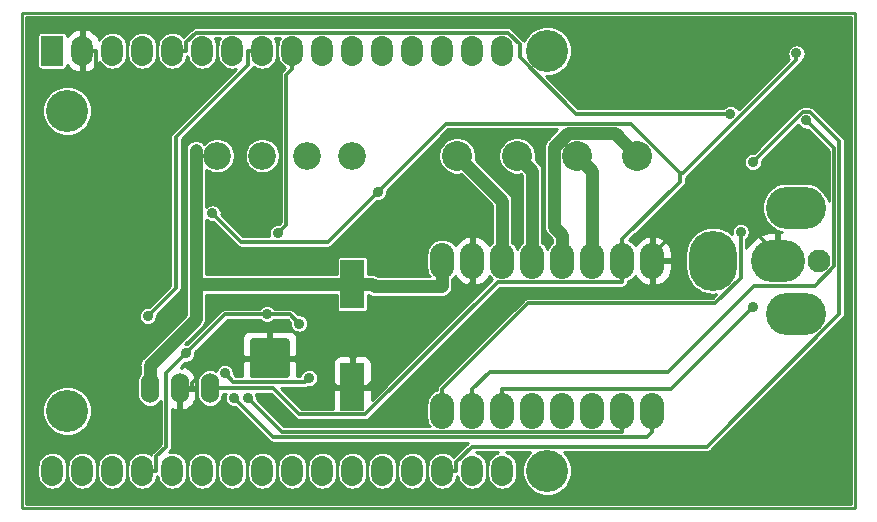
<source format=gtl>
%TF.GenerationSoftware,KiCad,Pcbnew,5.1.0-unknown-ca7aec2~82~ubuntu18.04.1*%
%TF.CreationDate,2019-04-12T13:47:33-04:00*%
%TF.ProjectId,stepper_controller_3x2,73746570-7065-4725-9f63-6f6e74726f6c,1.2*%
%TF.SameCoordinates,Original*%
%TF.FileFunction,Copper,L1,Top*%
%TF.FilePolarity,Positive*%
%FSLAX46Y46*%
G04 Gerber Fmt 4.6, Leading zero omitted, Abs format (unit mm)*
G04 Created by KiCad (PCBNEW 5.1.0-unknown-ca7aec2~82~ubuntu18.04.1) date 2019-04-12 13:47:33*
%MOMM*%
%LPD*%
G04 APERTURE LIST*
%TA.AperFunction,NonConductor*%
%ADD10C,0.228600*%
%TD*%
%TA.AperFunction,Conductor*%
%ADD11C,0.100000*%
%TD*%
%TA.AperFunction,ComponentPad*%
%ADD12C,3.400001*%
%TD*%
%TA.AperFunction,ComponentPad*%
%ADD13O,2.032000X3.048000*%
%TD*%
%TA.AperFunction,ComponentPad*%
%ADD14C,3.556000*%
%TD*%
%TA.AperFunction,ComponentPad*%
%ADD15O,1.854200X2.540000*%
%TD*%
%TA.AperFunction,ComponentPad*%
%ADD16R,1.854200X2.540000*%
%TD*%
%TA.AperFunction,ComponentPad*%
%ADD17O,5.080000X3.556000*%
%TD*%
%TA.AperFunction,ComponentPad*%
%ADD18O,4.064000X5.080000*%
%TD*%
%TA.AperFunction,ComponentPad*%
%ADD19O,4.572000X3.556000*%
%TD*%
%TA.AperFunction,ComponentPad*%
%ADD20C,1.930400*%
%TD*%
%TA.AperFunction,ComponentPad*%
%ADD21C,2.540000*%
%TD*%
%TA.AperFunction,ComponentPad*%
%ADD22C,2.340000*%
%TD*%
%TA.AperFunction,ComponentPad*%
%ADD23O,1.524000X2.540000*%
%TD*%
%TA.AperFunction,SMDPad,CuDef*%
%ADD24R,2.000000X4.100000*%
%TD*%
%TA.AperFunction,ViaPad*%
%ADD25C,0.889000*%
%TD*%
%TA.AperFunction,Conductor*%
%ADD26C,0.304800*%
%TD*%
%TA.AperFunction,Conductor*%
%ADD27C,1.066800*%
%TD*%
%TA.AperFunction,Conductor*%
%ADD28C,0.254000*%
%TD*%
G04 APERTURE END LIST*
D10*
X156210000Y-67945000D02*
X85725000Y-67945000D01*
X156210000Y-109855000D02*
X156210000Y-67945000D01*
X85725000Y-109855000D02*
X156210000Y-109855000D01*
X85725000Y-67945000D02*
X85725000Y-109855000D01*
D11*
%TO.N,GND*%
%TO.C,U1*%
G36*
X108073326Y-95456637D02*
G01*
X108106331Y-95461533D01*
X108138697Y-95469640D01*
X108170112Y-95480881D01*
X108200275Y-95495147D01*
X108228894Y-95512300D01*
X108255694Y-95532176D01*
X108280416Y-95554584D01*
X108302824Y-95579306D01*
X108322700Y-95606106D01*
X108339853Y-95634725D01*
X108354119Y-95664888D01*
X108365360Y-95696303D01*
X108373467Y-95728669D01*
X108378363Y-95761674D01*
X108380000Y-95795000D01*
X108380000Y-98515000D01*
X108378363Y-98548326D01*
X108373467Y-98581331D01*
X108365360Y-98613697D01*
X108354119Y-98645112D01*
X108339853Y-98675275D01*
X108322700Y-98703894D01*
X108302824Y-98730694D01*
X108280416Y-98755416D01*
X108255694Y-98777824D01*
X108228894Y-98797700D01*
X108200275Y-98814853D01*
X108170112Y-98829119D01*
X108138697Y-98840360D01*
X108106331Y-98848467D01*
X108073326Y-98853363D01*
X108040000Y-98855000D01*
X105320000Y-98855000D01*
X105286674Y-98853363D01*
X105253669Y-98848467D01*
X105221303Y-98840360D01*
X105189888Y-98829119D01*
X105159725Y-98814853D01*
X105131106Y-98797700D01*
X105104306Y-98777824D01*
X105079584Y-98755416D01*
X105057176Y-98730694D01*
X105037300Y-98703894D01*
X105020147Y-98675275D01*
X105005881Y-98645112D01*
X104994640Y-98613697D01*
X104986533Y-98581331D01*
X104981637Y-98548326D01*
X104980000Y-98515000D01*
X104980000Y-95795000D01*
X104981637Y-95761674D01*
X104986533Y-95728669D01*
X104994640Y-95696303D01*
X105005881Y-95664888D01*
X105020147Y-95634725D01*
X105037300Y-95606106D01*
X105057176Y-95579306D01*
X105079584Y-95554584D01*
X105104306Y-95532176D01*
X105131106Y-95512300D01*
X105159725Y-95495147D01*
X105189888Y-95480881D01*
X105221303Y-95469640D01*
X105253669Y-95461533D01*
X105286674Y-95456637D01*
X105320000Y-95455000D01*
X108040000Y-95455000D01*
X108073326Y-95456637D01*
X108073326Y-95456637D01*
G37*
D12*
%TD*%
%TO.P,U1,PAD*%
%TO.N,GND*%
X106680000Y-97155000D03*
D13*
%TO.P,SS1,1*%
%TO.N,/tmc429_driver_0/DIR_0*%
X139065000Y-101600000D03*
%TO.P,SS1,2*%
%TO.N,/tmc429_driver_0/STEP_0*%
X136525000Y-101600000D03*
%TO.P,SS1,3*%
%TO.N,N/C*%
X133985000Y-101600000D03*
%TO.P,SS1,4*%
%TO.N,/tmc429_driver_0/stepper_0/MISO_UB*%
X131445000Y-101600000D03*
%TO.P,SS1,5*%
%TO.N,/tmc429_driver_0/~CS_DRIVER_0_B*%
X128905000Y-101600000D03*
%TO.P,SS1,6*%
%TO.N,/tmc429_driver_0/SCK_B*%
X126365000Y-101600000D03*
%TO.P,SS1,7*%
%TO.N,/tmc429_driver_0/MOSI_B*%
X123825000Y-101600000D03*
%TO.P,SS1,8*%
%TO.N,/tmc429_driver_0/~ENABLE_0_B*%
X121285000Y-101600000D03*
%TO.P,SS1,9*%
%TO.N,VAA*%
X121285000Y-88900000D03*
%TO.P,SS1,10*%
%TO.N,GND*%
X123825000Y-88900000D03*
%TO.P,SS1,11*%
%TO.N,/tmc429_driver_0/stepper_0/B_-*%
X126365000Y-88900000D03*
%TO.P,SS1,12*%
%TO.N,/tmc429_driver_0/stepper_0/B_+*%
X128905000Y-88900000D03*
%TO.P,SS1,13*%
%TO.N,/tmc429_driver_0/stepper_0/A_+*%
X131445000Y-88900000D03*
%TO.P,SS1,14*%
%TO.N,/tmc429_driver_0/stepper_0/A_-*%
X133985000Y-88900000D03*
%TO.P,SS1,15*%
%TO.N,+5V*%
X136525000Y-88900000D03*
%TO.P,SS1,16*%
%TO.N,GND*%
X139065000Y-88900000D03*
%TD*%
D14*
%TO.P,MDB1,*%
%TO.N,*%
X130175000Y-71120000D03*
X130175000Y-106680000D03*
X89535000Y-101600000D03*
X89535000Y-76200000D03*
D15*
%TO.P,MDB1,AREF*%
%TO.N,N/C*%
X88265000Y-106680000D03*
%TO.P,MDB1,VEE*%
X90805000Y-106680000D03*
%TO.P,MDB1,AGND*%
X93345000Y-106680000D03*
%TO.P,MDB1,3V3*%
%TO.N,+3V3*%
X95885000Y-106680000D03*
%TO.P,MDB1,23*%
%TO.N,N/C*%
X98425000Y-106680000D03*
%TO.P,MDB1,22*%
X100965000Y-106680000D03*
%TO.P,MDB1,21*%
X103505000Y-106680000D03*
%TO.P,MDB1,20*%
X106045000Y-106680000D03*
%TO.P,MDB1,19*%
X108585000Y-106680000D03*
%TO.P,MDB1,18*%
X111125000Y-106680000D03*
%TO.P,MDB1,17*%
X113665000Y-106680000D03*
%TO.P,MDB1,16*%
X116205000Y-106680000D03*
%TO.P,MDB1,15*%
X118745000Y-106680000D03*
%TO.P,MDB1,14*%
%TO.N,/CS_DRIVER_0*%
X121285000Y-106680000D03*
%TO.P,MDB1,13*%
%TO.N,/SCK*%
X123825000Y-106680000D03*
%TO.P,MDB1,DAC*%
%TO.N,N/C*%
X126365000Y-106680000D03*
%TO.P,MDB1,28*%
X126365000Y-71120000D03*
%TO.P,MDB1,12*%
%TO.N,/MISO*%
X123825000Y-71120000D03*
%TO.P,MDB1,11*%
%TO.N,/MOSI*%
X121285000Y-71120000D03*
%TO.P,MDB1,10*%
%TO.N,/CS_429*%
X118745000Y-71120000D03*
%TO.P,MDB1,9*%
%TO.N,N/C*%
X116205000Y-71120000D03*
%TO.P,MDB1,29*%
X113665000Y-71120000D03*
%TO.P,MDB1,30*%
X111125000Y-71120000D03*
%TO.P,MDB1,6*%
%TO.N,/POSCOMP*%
X108585000Y-71120000D03*
%TO.P,MDB1,5*%
%TO.N,/INT*%
X106045000Y-71120000D03*
%TO.P,MDB1,4*%
%TO.N,N/C*%
X103505000Y-71120000D03*
%TO.P,MDB1,3*%
X100965000Y-71120000D03*
%TO.P,MDB1,2*%
%TO.N,/ENABLE_0*%
X98425000Y-71120000D03*
%TO.P,MDB1,25*%
%TO.N,N/C*%
X95885000Y-71120000D03*
D16*
%TO.P,MDB1,VDD*%
%TO.N,VDD*%
X88265000Y-71120000D03*
D15*
%TO.P,MDB1,24*%
%TO.N,N/C*%
X93345000Y-71120000D03*
%TO.P,MDB1,GND*%
%TO.N,GND*%
X90805000Y-71120000D03*
%TD*%
D17*
%TO.P,P1,*%
%TO.N,*%
X151206200Y-93395800D03*
X151206200Y-84404200D03*
D18*
%TO.P,P1,1*%
%TO.N,VAA*%
X144221200Y-88900000D03*
D19*
%TO.P,P1,2*%
%TO.N,GND*%
X149707600Y-88900000D03*
D20*
%TO.P,P1,*%
%TO.N,*%
X153212800Y-88900000D03*
%TD*%
D21*
%TO.P,T1,4*%
%TO.N,/tmc429_driver_0/stepper_0/A_+*%
X137795000Y-80010000D03*
%TO.P,T1,1*%
%TO.N,/tmc429_driver_0/stepper_0/B_-*%
X122555000Y-80010000D03*
%TO.P,T1,2*%
%TO.N,/tmc429_driver_0/stepper_0/B_+*%
X127635000Y-80010000D03*
%TO.P,T1,3*%
%TO.N,/tmc429_driver_0/stepper_0/A_-*%
X132715000Y-80010000D03*
%TD*%
D22*
%TO.P,T2,4*%
%TO.N,/tmc429_driver_0/stepper_0/REFR_GND*%
X113665000Y-80010000D03*
%TO.P,T2,1*%
%TO.N,/tmc429_driver_0/stepper_0/REF_B*%
X102235000Y-80010000D03*
%TO.P,T2,2*%
%TO.N,/tmc429_driver_0/stepper_0/REF_GND*%
X106045000Y-80010000D03*
%TO.P,T2,3*%
%TO.N,/tmc429_driver_0/stepper_0/REFR_B*%
X109855000Y-80010000D03*
%TD*%
D23*
%TO.P,REG1,1*%
%TO.N,VAA*%
X96520000Y-99695000D03*
%TO.P,REG1,3*%
%TO.N,+5V*%
X101600000Y-99695000D03*
%TO.P,REG1,2*%
%TO.N,GND*%
X99060000Y-99695000D03*
%TD*%
D24*
%TO.P,C6,2*%
%TO.N,GND*%
X113665000Y-99600000D03*
%TO.P,C6,1*%
%TO.N,VAA*%
X113665000Y-90900000D03*
%TD*%
D25*
%TO.N,GND*%
X95294800Y-83067000D03*
X97605100Y-82444700D03*
X144506000Y-85725000D03*
%TO.N,+3V3*%
X109180800Y-94223100D03*
X99612900Y-96753200D03*
X106445400Y-93395200D03*
%TO.N,/ENABLE_0*%
X145688800Y-76452500D03*
%TO.N,/INT*%
X96346400Y-93600100D03*
%TO.N,/POSCOMP*%
X107369600Y-86562200D03*
%TO.N,/CS_DRIVER_0*%
X147577100Y-80550600D03*
%TO.N,/tmc429_driver_0/DIR_0*%
X103669200Y-100531600D03*
%TO.N,/tmc429_driver_0/STEP_0*%
X104806000Y-100533200D03*
%TO.N,VAA*%
X100429600Y-79528000D03*
%TO.N,+5V*%
X101823800Y-84889800D03*
X151270500Y-71350500D03*
X115825200Y-83063200D03*
%TO.N,/tmc429_driver_0/SCK_B*%
X147620800Y-92815300D03*
%TO.N,/tmc429_driver_0/MOSI_B*%
X152125800Y-77022800D03*
%TO.N,/tmc429_driver_0/~ENABLE_0_B*%
X146554000Y-86474100D03*
%TO.N,/tmc429_driver_0/~CS*%
X110018400Y-98845000D03*
X102864100Y-98432300D03*
%TD*%
D26*
%TO.N,GND*%
X150215800Y-88899800D02*
X150216000Y-88900000D01*
X144506000Y-85725000D02*
X147041000Y-85725000D01*
X147041000Y-85725000D02*
X150215800Y-88899800D01*
X150215600Y-88900000D02*
X150215800Y-88899800D01*
X95294800Y-83067000D02*
X96982800Y-83067000D01*
X96982800Y-83067000D02*
X97605100Y-82444700D01*
X92011500Y-71120000D02*
X92011500Y-76851100D01*
X92011500Y-76851100D02*
X97605100Y-82444700D01*
X99060000Y-99695000D02*
X100101400Y-99695000D01*
X106680000Y-97155000D02*
X102171600Y-97155000D01*
X102171600Y-97155000D02*
X100101400Y-99225200D01*
X100101400Y-99225200D02*
X100101400Y-99695000D01*
X112385600Y-99600000D02*
X109940600Y-97155000D01*
X109940600Y-97155000D02*
X106680000Y-97155000D01*
X90805000Y-71120000D02*
X92011500Y-71120000D01*
X123825000Y-90703400D02*
X114944400Y-99584000D01*
X114944400Y-99584000D02*
X114944400Y-99600000D01*
X113665000Y-99600000D02*
X112385600Y-99600000D01*
X113665000Y-99600000D02*
X114944400Y-99600000D01*
X123825000Y-88900000D02*
X123825000Y-90703400D01*
X139065000Y-88900000D02*
X139065000Y-88392000D01*
X139065000Y-88392000D02*
X141732000Y-85725000D01*
X141732000Y-85725000D02*
X144506000Y-85725000D01*
%TO.N,+3V3*%
X106445400Y-93440300D02*
X108398000Y-93440300D01*
X108398000Y-93440300D02*
X109180800Y-94223100D01*
X106445400Y-93440300D02*
X106445400Y-93395200D01*
X99612900Y-96753200D02*
X102925800Y-93440300D01*
X102925800Y-93440300D02*
X106445400Y-93440300D01*
X99612900Y-96753200D02*
X97933900Y-98432200D01*
X97933900Y-98432200D02*
X97933900Y-104631100D01*
X97933900Y-104631100D02*
X97091500Y-105473500D01*
X97091500Y-105473500D02*
X97091500Y-106680000D01*
X95885000Y-106680000D02*
X97091500Y-106680000D01*
%TO.N,/ENABLE_0*%
X145688800Y-76452500D02*
X132611500Y-76452500D01*
X132611500Y-76452500D02*
X127839800Y-71680800D01*
X127839800Y-71680800D02*
X127839800Y-70581100D01*
X127839800Y-70581100D02*
X126854300Y-69595600D01*
X126854300Y-69595600D02*
X100418400Y-69595600D01*
X100418400Y-69595600D02*
X99631500Y-70382500D01*
X99631500Y-70382500D02*
X99631500Y-71120000D01*
X98425000Y-71120000D02*
X99631500Y-71120000D01*
%TO.N,/INT*%
X106045000Y-71120000D02*
X104838500Y-71120000D01*
X104838500Y-71120000D02*
X104838500Y-72326500D01*
X104838500Y-72326500D02*
X98732900Y-78432100D01*
X98732900Y-78432100D02*
X98732900Y-91213600D01*
X98732900Y-91213600D02*
X96346400Y-93600100D01*
%TO.N,/POSCOMP*%
X108585000Y-71120000D02*
X108585000Y-72669400D01*
X108585000Y-72669400D02*
X108085000Y-73169400D01*
X108085000Y-73169400D02*
X108085000Y-85846800D01*
X108085000Y-85846800D02*
X107369600Y-86562200D01*
%TO.N,/CS_DRIVER_0*%
X147577100Y-80550600D02*
X151803800Y-76323900D01*
X151803800Y-76323900D02*
X152417800Y-76323900D01*
X152417800Y-76323900D02*
X154883400Y-78789500D01*
X154883400Y-78789500D02*
X154883400Y-93429800D01*
X154883400Y-93429800D02*
X143670700Y-104642500D01*
X143670700Y-104642500D02*
X123791500Y-104642500D01*
X123791500Y-104642500D02*
X122491500Y-105942500D01*
X122491500Y-105942500D02*
X122491500Y-106680000D01*
X121285000Y-106680000D02*
X122491500Y-106680000D01*
D27*
%TO.N,/tmc429_driver_0/stepper_0/B_+*%
X127635000Y-80010000D02*
X128905000Y-81280000D01*
X128905000Y-81280000D02*
X128905000Y-88900000D01*
%TO.N,/tmc429_driver_0/stepper_0/A_-*%
X132715000Y-80010000D02*
X133985000Y-81280000D01*
X133985000Y-81280000D02*
X133985000Y-88900000D01*
%TO.N,/tmc429_driver_0/stepper_0/A_+*%
X131445000Y-88900000D02*
X131445000Y-86715600D01*
X137795000Y-80010000D02*
X135876500Y-78091500D01*
X135876500Y-78091500D02*
X131931800Y-78091500D01*
X131931800Y-78091500D02*
X130778500Y-79244800D01*
X130778500Y-79244800D02*
X130778500Y-86049100D01*
X130778500Y-86049100D02*
X131445000Y-86715600D01*
%TO.N,/tmc429_driver_0/stepper_0/B_-*%
X122555000Y-80010000D02*
X126365000Y-83820000D01*
X126365000Y-83820000D02*
X126365000Y-88900000D01*
D26*
%TO.N,/tmc429_driver_0/DIR_0*%
X139065000Y-103403400D02*
X138644100Y-103824300D01*
X138644100Y-103824300D02*
X106961900Y-103824300D01*
X106961900Y-103824300D02*
X103669200Y-100531600D01*
X139065000Y-101600000D02*
X139065000Y-103403400D01*
%TO.N,/tmc429_driver_0/STEP_0*%
X136525000Y-101600000D02*
X136525000Y-103403400D01*
X136525000Y-103403400D02*
X107676200Y-103403400D01*
X107676200Y-103403400D02*
X104806000Y-100533200D01*
D27*
%TO.N,VAA*%
X100429800Y-90900000D02*
X100429600Y-90899800D01*
X100429600Y-90899800D02*
X100429600Y-79528000D01*
X100429800Y-90900000D02*
X100429800Y-93854800D01*
X100429800Y-93854800D02*
X96520000Y-97764600D01*
X113665000Y-90900000D02*
X100429800Y-90900000D01*
X113665000Y-90900000D02*
X115325400Y-90900000D01*
X121285000Y-88900000D02*
X121285000Y-91084400D01*
X121285000Y-91084400D02*
X115509800Y-91084400D01*
X115509800Y-91084400D02*
X115325400Y-90900000D01*
X96520000Y-99695000D02*
X96520000Y-97764600D01*
D26*
%TO.N,+5V*%
X115825200Y-83063200D02*
X111575800Y-87312600D01*
X111575800Y-87312600D02*
X104246600Y-87312600D01*
X104246600Y-87312600D02*
X101823800Y-84889800D01*
X141419500Y-81455400D02*
X137263000Y-77298900D01*
X137263000Y-77298900D02*
X121589500Y-77298900D01*
X121589500Y-77298900D02*
X115825200Y-83063200D01*
X136525000Y-87096600D02*
X141419500Y-82202100D01*
X141419500Y-82202100D02*
X141419500Y-81455400D01*
X151270500Y-71350500D02*
X151270500Y-71865700D01*
X151270500Y-71865700D02*
X141680800Y-81455400D01*
X141680800Y-81455400D02*
X141419500Y-81455400D01*
X136525000Y-88900000D02*
X136525000Y-90703400D01*
X101600000Y-99695000D02*
X102641400Y-99695000D01*
X102641400Y-99695000D02*
X106979800Y-99695000D01*
X106979800Y-99695000D02*
X109189200Y-101904400D01*
X109189200Y-101904400D02*
X114784200Y-101904400D01*
X114784200Y-101904400D02*
X125985200Y-90703400D01*
X125985200Y-90703400D02*
X136525000Y-90703400D01*
X136525000Y-88900000D02*
X136525000Y-87096600D01*
%TO.N,/tmc429_driver_0/SCK_B*%
X147620800Y-92815300D02*
X140639500Y-99796600D01*
X140639500Y-99796600D02*
X126365000Y-99796600D01*
X126365000Y-101600000D02*
X126365000Y-99796600D01*
%TO.N,/tmc429_driver_0/MOSI_B*%
X123825000Y-99796600D02*
X125310600Y-98311000D01*
X125310600Y-98311000D02*
X140381200Y-98311000D01*
X140381200Y-98311000D02*
X147688200Y-91004000D01*
X147688200Y-91004000D02*
X152844300Y-91004000D01*
X152844300Y-91004000D02*
X154476600Y-89371700D01*
X154476600Y-89371700D02*
X154476600Y-79373600D01*
X154476600Y-79373600D02*
X152125800Y-77022800D01*
X123825000Y-101600000D02*
X123825000Y-99796600D01*
%TO.N,/tmc429_driver_0/~ENABLE_0_B*%
X121285000Y-101600000D02*
X121285000Y-99796600D01*
X146554000Y-86474100D02*
X146554000Y-90339500D01*
X146554000Y-90339500D02*
X144369900Y-92523600D01*
X144369900Y-92523600D02*
X128558000Y-92523600D01*
X128558000Y-92523600D02*
X121285000Y-99796600D01*
%TO.N,/tmc429_driver_0/~CS*%
X110018400Y-98845000D02*
X109701000Y-99162400D01*
X109701000Y-99162400D02*
X103594200Y-99162400D01*
X103594200Y-99162400D02*
X102864100Y-98432300D01*
%TD*%
D28*
%TO.N,GND*%
G36*
X155879800Y-109524800D02*
G01*
X86055200Y-109524800D01*
X86055200Y-106275340D01*
X87007700Y-106275340D01*
X87007700Y-107084661D01*
X87025893Y-107269374D01*
X87097786Y-107506376D01*
X87214535Y-107724798D01*
X87371654Y-107916247D01*
X87563103Y-108073365D01*
X87781525Y-108190114D01*
X88018527Y-108262007D01*
X88265000Y-108286283D01*
X88511474Y-108262007D01*
X88748476Y-108190114D01*
X88966898Y-108073365D01*
X89158347Y-107916247D01*
X89315465Y-107724798D01*
X89432214Y-107506376D01*
X89504107Y-107269373D01*
X89522300Y-107084660D01*
X89522300Y-106275340D01*
X89547700Y-106275340D01*
X89547700Y-107084661D01*
X89565893Y-107269374D01*
X89637786Y-107506376D01*
X89754535Y-107724798D01*
X89911654Y-107916247D01*
X90103103Y-108073365D01*
X90321525Y-108190114D01*
X90558527Y-108262007D01*
X90805000Y-108286283D01*
X91051474Y-108262007D01*
X91288476Y-108190114D01*
X91506898Y-108073365D01*
X91698347Y-107916247D01*
X91855465Y-107724798D01*
X91972214Y-107506376D01*
X92044107Y-107269373D01*
X92062300Y-107084660D01*
X92062300Y-106275340D01*
X92087700Y-106275340D01*
X92087700Y-107084661D01*
X92105893Y-107269374D01*
X92177786Y-107506376D01*
X92294535Y-107724798D01*
X92451654Y-107916247D01*
X92643103Y-108073365D01*
X92861525Y-108190114D01*
X93098527Y-108262007D01*
X93345000Y-108286283D01*
X93591474Y-108262007D01*
X93828476Y-108190114D01*
X94046898Y-108073365D01*
X94238347Y-107916247D01*
X94395465Y-107724798D01*
X94512214Y-107506376D01*
X94584107Y-107269373D01*
X94602300Y-107084660D01*
X94602300Y-106275340D01*
X94627700Y-106275340D01*
X94627700Y-107084661D01*
X94645893Y-107269374D01*
X94717786Y-107506376D01*
X94834535Y-107724798D01*
X94991654Y-107916247D01*
X95183103Y-108073365D01*
X95401525Y-108190114D01*
X95638527Y-108262007D01*
X95885000Y-108286283D01*
X96131474Y-108262007D01*
X96368476Y-108190114D01*
X96586898Y-108073365D01*
X96778347Y-107916247D01*
X96935465Y-107724798D01*
X97052214Y-107506376D01*
X97124107Y-107269373D01*
X97134814Y-107160669D01*
X97174798Y-107156731D01*
X97185893Y-107269374D01*
X97257786Y-107506376D01*
X97374535Y-107724798D01*
X97531654Y-107916247D01*
X97723103Y-108073365D01*
X97941525Y-108190114D01*
X98178527Y-108262007D01*
X98425000Y-108286283D01*
X98671474Y-108262007D01*
X98908476Y-108190114D01*
X99126898Y-108073365D01*
X99318347Y-107916247D01*
X99475465Y-107724798D01*
X99592214Y-107506376D01*
X99664107Y-107269373D01*
X99682300Y-107084660D01*
X99682300Y-106275340D01*
X99707700Y-106275340D01*
X99707700Y-107084661D01*
X99725893Y-107269374D01*
X99797786Y-107506376D01*
X99914535Y-107724798D01*
X100071654Y-107916247D01*
X100263103Y-108073365D01*
X100481525Y-108190114D01*
X100718527Y-108262007D01*
X100965000Y-108286283D01*
X101211474Y-108262007D01*
X101448476Y-108190114D01*
X101666898Y-108073365D01*
X101858347Y-107916247D01*
X102015465Y-107724798D01*
X102132214Y-107506376D01*
X102204107Y-107269373D01*
X102222300Y-107084660D01*
X102222300Y-106275340D01*
X102247700Y-106275340D01*
X102247700Y-107084661D01*
X102265893Y-107269374D01*
X102337786Y-107506376D01*
X102454535Y-107724798D01*
X102611654Y-107916247D01*
X102803103Y-108073365D01*
X103021525Y-108190114D01*
X103258527Y-108262007D01*
X103505000Y-108286283D01*
X103751474Y-108262007D01*
X103988476Y-108190114D01*
X104206898Y-108073365D01*
X104398347Y-107916247D01*
X104555465Y-107724798D01*
X104672214Y-107506376D01*
X104744107Y-107269373D01*
X104762300Y-107084660D01*
X104762300Y-106275340D01*
X104787700Y-106275340D01*
X104787700Y-107084661D01*
X104805893Y-107269374D01*
X104877786Y-107506376D01*
X104994535Y-107724798D01*
X105151654Y-107916247D01*
X105343103Y-108073365D01*
X105561525Y-108190114D01*
X105798527Y-108262007D01*
X106045000Y-108286283D01*
X106291474Y-108262007D01*
X106528476Y-108190114D01*
X106746898Y-108073365D01*
X106938347Y-107916247D01*
X107095465Y-107724798D01*
X107212214Y-107506376D01*
X107284107Y-107269373D01*
X107302300Y-107084660D01*
X107302300Y-106275340D01*
X107327700Y-106275340D01*
X107327700Y-107084661D01*
X107345893Y-107269374D01*
X107417786Y-107506376D01*
X107534535Y-107724798D01*
X107691654Y-107916247D01*
X107883103Y-108073365D01*
X108101525Y-108190114D01*
X108338527Y-108262007D01*
X108585000Y-108286283D01*
X108831474Y-108262007D01*
X109068476Y-108190114D01*
X109286898Y-108073365D01*
X109478347Y-107916247D01*
X109635465Y-107724798D01*
X109752214Y-107506376D01*
X109824107Y-107269373D01*
X109842300Y-107084660D01*
X109842300Y-106275340D01*
X109867700Y-106275340D01*
X109867700Y-107084661D01*
X109885893Y-107269374D01*
X109957786Y-107506376D01*
X110074535Y-107724798D01*
X110231654Y-107916247D01*
X110423103Y-108073365D01*
X110641525Y-108190114D01*
X110878527Y-108262007D01*
X111125000Y-108286283D01*
X111371474Y-108262007D01*
X111608476Y-108190114D01*
X111826898Y-108073365D01*
X112018347Y-107916247D01*
X112175465Y-107724798D01*
X112292214Y-107506376D01*
X112364107Y-107269373D01*
X112382300Y-107084660D01*
X112382300Y-106275340D01*
X112407700Y-106275340D01*
X112407700Y-107084661D01*
X112425893Y-107269374D01*
X112497786Y-107506376D01*
X112614535Y-107724798D01*
X112771654Y-107916247D01*
X112963103Y-108073365D01*
X113181525Y-108190114D01*
X113418527Y-108262007D01*
X113665000Y-108286283D01*
X113911474Y-108262007D01*
X114148476Y-108190114D01*
X114366898Y-108073365D01*
X114558347Y-107916247D01*
X114715465Y-107724798D01*
X114832214Y-107506376D01*
X114904107Y-107269373D01*
X114922300Y-107084660D01*
X114922300Y-106275340D01*
X114947700Y-106275340D01*
X114947700Y-107084661D01*
X114965893Y-107269374D01*
X115037786Y-107506376D01*
X115154535Y-107724798D01*
X115311654Y-107916247D01*
X115503103Y-108073365D01*
X115721525Y-108190114D01*
X115958527Y-108262007D01*
X116205000Y-108286283D01*
X116451474Y-108262007D01*
X116688476Y-108190114D01*
X116906898Y-108073365D01*
X117098347Y-107916247D01*
X117255465Y-107724798D01*
X117372214Y-107506376D01*
X117444107Y-107269373D01*
X117462300Y-107084660D01*
X117462300Y-106275340D01*
X117487700Y-106275340D01*
X117487700Y-107084661D01*
X117505893Y-107269374D01*
X117577786Y-107506376D01*
X117694535Y-107724798D01*
X117851654Y-107916247D01*
X118043103Y-108073365D01*
X118261525Y-108190114D01*
X118498527Y-108262007D01*
X118745000Y-108286283D01*
X118991474Y-108262007D01*
X119228476Y-108190114D01*
X119446898Y-108073365D01*
X119638347Y-107916247D01*
X119795465Y-107724798D01*
X119912214Y-107506376D01*
X119984107Y-107269373D01*
X120002300Y-107084660D01*
X120002300Y-106275339D01*
X119984107Y-106090626D01*
X119912214Y-105853624D01*
X119795465Y-105635202D01*
X119638347Y-105443753D01*
X119446897Y-105286635D01*
X119228475Y-105169886D01*
X118991473Y-105097993D01*
X118745000Y-105073717D01*
X118498526Y-105097993D01*
X118261524Y-105169886D01*
X118043102Y-105286635D01*
X117851653Y-105443753D01*
X117694535Y-105635203D01*
X117577786Y-105853625D01*
X117505893Y-106090627D01*
X117487700Y-106275340D01*
X117462300Y-106275340D01*
X117462300Y-106275339D01*
X117444107Y-106090626D01*
X117372214Y-105853624D01*
X117255465Y-105635202D01*
X117098347Y-105443753D01*
X116906897Y-105286635D01*
X116688475Y-105169886D01*
X116451473Y-105097993D01*
X116205000Y-105073717D01*
X115958526Y-105097993D01*
X115721524Y-105169886D01*
X115503102Y-105286635D01*
X115311653Y-105443753D01*
X115154535Y-105635203D01*
X115037786Y-105853625D01*
X114965893Y-106090627D01*
X114947700Y-106275340D01*
X114922300Y-106275340D01*
X114922300Y-106275339D01*
X114904107Y-106090626D01*
X114832214Y-105853624D01*
X114715465Y-105635202D01*
X114558347Y-105443753D01*
X114366897Y-105286635D01*
X114148475Y-105169886D01*
X113911473Y-105097993D01*
X113665000Y-105073717D01*
X113418526Y-105097993D01*
X113181524Y-105169886D01*
X112963102Y-105286635D01*
X112771653Y-105443753D01*
X112614535Y-105635203D01*
X112497786Y-105853625D01*
X112425893Y-106090627D01*
X112407700Y-106275340D01*
X112382300Y-106275340D01*
X112382300Y-106275339D01*
X112364107Y-106090626D01*
X112292214Y-105853624D01*
X112175465Y-105635202D01*
X112018347Y-105443753D01*
X111826897Y-105286635D01*
X111608475Y-105169886D01*
X111371473Y-105097993D01*
X111125000Y-105073717D01*
X110878526Y-105097993D01*
X110641524Y-105169886D01*
X110423102Y-105286635D01*
X110231653Y-105443753D01*
X110074535Y-105635203D01*
X109957786Y-105853625D01*
X109885893Y-106090627D01*
X109867700Y-106275340D01*
X109842300Y-106275340D01*
X109842300Y-106275339D01*
X109824107Y-106090626D01*
X109752214Y-105853624D01*
X109635465Y-105635202D01*
X109478347Y-105443753D01*
X109286897Y-105286635D01*
X109068475Y-105169886D01*
X108831473Y-105097993D01*
X108585000Y-105073717D01*
X108338526Y-105097993D01*
X108101524Y-105169886D01*
X107883102Y-105286635D01*
X107691653Y-105443753D01*
X107534535Y-105635203D01*
X107417786Y-105853625D01*
X107345893Y-106090627D01*
X107327700Y-106275340D01*
X107302300Y-106275340D01*
X107302300Y-106275339D01*
X107284107Y-106090626D01*
X107212214Y-105853624D01*
X107095465Y-105635202D01*
X106938347Y-105443753D01*
X106746897Y-105286635D01*
X106528475Y-105169886D01*
X106291473Y-105097993D01*
X106045000Y-105073717D01*
X105798526Y-105097993D01*
X105561524Y-105169886D01*
X105343102Y-105286635D01*
X105151653Y-105443753D01*
X104994535Y-105635203D01*
X104877786Y-105853625D01*
X104805893Y-106090627D01*
X104787700Y-106275340D01*
X104762300Y-106275340D01*
X104762300Y-106275339D01*
X104744107Y-106090626D01*
X104672214Y-105853624D01*
X104555465Y-105635202D01*
X104398347Y-105443753D01*
X104206897Y-105286635D01*
X103988475Y-105169886D01*
X103751473Y-105097993D01*
X103505000Y-105073717D01*
X103258526Y-105097993D01*
X103021524Y-105169886D01*
X102803102Y-105286635D01*
X102611653Y-105443753D01*
X102454535Y-105635203D01*
X102337786Y-105853625D01*
X102265893Y-106090627D01*
X102247700Y-106275340D01*
X102222300Y-106275340D01*
X102222300Y-106275339D01*
X102204107Y-106090626D01*
X102132214Y-105853624D01*
X102015465Y-105635202D01*
X101858347Y-105443753D01*
X101666897Y-105286635D01*
X101448475Y-105169886D01*
X101211473Y-105097993D01*
X100965000Y-105073717D01*
X100718526Y-105097993D01*
X100481524Y-105169886D01*
X100263102Y-105286635D01*
X100071653Y-105443753D01*
X99914535Y-105635203D01*
X99797786Y-105853625D01*
X99725893Y-106090627D01*
X99707700Y-106275340D01*
X99682300Y-106275340D01*
X99682300Y-106275339D01*
X99664107Y-106090626D01*
X99592214Y-105853624D01*
X99475465Y-105635202D01*
X99318347Y-105443753D01*
X99126897Y-105286635D01*
X98908475Y-105169886D01*
X98671473Y-105097993D01*
X98425000Y-105073717D01*
X98178526Y-105097993D01*
X98136871Y-105110629D01*
X98258387Y-104989112D01*
X98276801Y-104974001D01*
X98337109Y-104900515D01*
X98381922Y-104816677D01*
X98409517Y-104725707D01*
X98418835Y-104631100D01*
X98416500Y-104607393D01*
X98416500Y-101446559D01*
X98642724Y-101542262D01*
X98716930Y-101557220D01*
X98933000Y-101434720D01*
X98933000Y-99822000D01*
X99187000Y-99822000D01*
X99187000Y-101434720D01*
X99403070Y-101557220D01*
X99477276Y-101542262D01*
X99730535Y-101435122D01*
X99958026Y-101280632D01*
X100151006Y-101084729D01*
X100302059Y-100854942D01*
X100405381Y-100600101D01*
X100457000Y-100330000D01*
X100457000Y-99822000D01*
X99187000Y-99822000D01*
X98933000Y-99822000D01*
X98913000Y-99822000D01*
X98913000Y-99568000D01*
X98933000Y-99568000D01*
X98933000Y-99548000D01*
X99187000Y-99548000D01*
X99187000Y-99568000D01*
X100457000Y-99568000D01*
X100457000Y-99060000D01*
X100405381Y-98789899D01*
X100302059Y-98535058D01*
X100151006Y-98305271D01*
X99958026Y-98109368D01*
X99730535Y-97954878D01*
X99477276Y-97847738D01*
X99403070Y-97832780D01*
X99187002Y-97955279D01*
X99187002Y-97861597D01*
X99523338Y-97525262D01*
X99536599Y-97527900D01*
X99689201Y-97527900D01*
X99838872Y-97498128D01*
X99979858Y-97439730D01*
X100106742Y-97354948D01*
X100214648Y-97247042D01*
X100299430Y-97120158D01*
X100357828Y-96979172D01*
X100387600Y-96829501D01*
X100387600Y-96676899D01*
X100384962Y-96663637D01*
X101593599Y-95455000D01*
X104341928Y-95455000D01*
X104345000Y-96869250D01*
X104503750Y-97028000D01*
X106553000Y-97028000D01*
X106553000Y-94978750D01*
X106807000Y-94978750D01*
X106807000Y-97028000D01*
X108856250Y-97028000D01*
X109015000Y-96869250D01*
X109018072Y-95455000D01*
X109005812Y-95330518D01*
X108969502Y-95210820D01*
X108910537Y-95100506D01*
X108831185Y-95003815D01*
X108734494Y-94924463D01*
X108624180Y-94865498D01*
X108504482Y-94829188D01*
X108380000Y-94816928D01*
X106965750Y-94820000D01*
X106807000Y-94978750D01*
X106553000Y-94978750D01*
X106394250Y-94820000D01*
X104980000Y-94816928D01*
X104855518Y-94829188D01*
X104735820Y-94865498D01*
X104625506Y-94924463D01*
X104528815Y-95003815D01*
X104449463Y-95100506D01*
X104390498Y-95210820D01*
X104354188Y-95330518D01*
X104341928Y-95455000D01*
X101593599Y-95455000D01*
X103125700Y-93922900D01*
X105877510Y-93922900D01*
X105951558Y-93996948D01*
X106078442Y-94081730D01*
X106219428Y-94140128D01*
X106369099Y-94169900D01*
X106521701Y-94169900D01*
X106671372Y-94140128D01*
X106812358Y-94081730D01*
X106939242Y-93996948D01*
X107013290Y-93922900D01*
X108198101Y-93922900D01*
X108408738Y-94133537D01*
X108406100Y-94146799D01*
X108406100Y-94299401D01*
X108435872Y-94449072D01*
X108494270Y-94590058D01*
X108579052Y-94716942D01*
X108686958Y-94824848D01*
X108813842Y-94909630D01*
X108954828Y-94968028D01*
X109104499Y-94997800D01*
X109257101Y-94997800D01*
X109406772Y-94968028D01*
X109547758Y-94909630D01*
X109674642Y-94824848D01*
X109782548Y-94716942D01*
X109867330Y-94590058D01*
X109925728Y-94449072D01*
X109955500Y-94299401D01*
X109955500Y-94146799D01*
X109925728Y-93997128D01*
X109867330Y-93856142D01*
X109782548Y-93729258D01*
X109674642Y-93621352D01*
X109547758Y-93536570D01*
X109406772Y-93478172D01*
X109257101Y-93448400D01*
X109104499Y-93448400D01*
X109091237Y-93451038D01*
X108756017Y-93115818D01*
X108740901Y-93097399D01*
X108667415Y-93037091D01*
X108583577Y-92992278D01*
X108492606Y-92964683D01*
X108421707Y-92957700D01*
X108421705Y-92957700D01*
X108398000Y-92955365D01*
X108374295Y-92957700D01*
X107084795Y-92957700D01*
X107047148Y-92901358D01*
X106939242Y-92793452D01*
X106812358Y-92708670D01*
X106671372Y-92650272D01*
X106521701Y-92620500D01*
X106369099Y-92620500D01*
X106219428Y-92650272D01*
X106078442Y-92708670D01*
X105951558Y-92793452D01*
X105843652Y-92901358D01*
X105806005Y-92957700D01*
X102949504Y-92957700D01*
X102925799Y-92955365D01*
X102902094Y-92957700D01*
X102902093Y-92957700D01*
X102831194Y-92964683D01*
X102740223Y-92992278D01*
X102656385Y-93037091D01*
X102582899Y-93097399D01*
X102567788Y-93115812D01*
X99702463Y-95981138D01*
X99689201Y-95978500D01*
X99536599Y-95978500D01*
X99525134Y-95980781D01*
X101010460Y-94495455D01*
X101043412Y-94468412D01*
X101151331Y-94336912D01*
X101231522Y-94186884D01*
X101280904Y-94024095D01*
X101293400Y-93897220D01*
X101293400Y-93897218D01*
X101297578Y-93854801D01*
X101293400Y-93812383D01*
X101293400Y-91763600D01*
X112333203Y-91763600D01*
X112333203Y-92950000D01*
X112339578Y-93014730D01*
X112358460Y-93076973D01*
X112389121Y-93134337D01*
X112430384Y-93184616D01*
X112480663Y-93225879D01*
X112538027Y-93256540D01*
X112600270Y-93275422D01*
X112665000Y-93281797D01*
X114665000Y-93281797D01*
X114729730Y-93275422D01*
X114791973Y-93256540D01*
X114849337Y-93225879D01*
X114899616Y-93184616D01*
X114940879Y-93134337D01*
X114971540Y-93076973D01*
X114990422Y-93014730D01*
X114996797Y-92950000D01*
X114996797Y-91780579D01*
X115027688Y-91805931D01*
X115177716Y-91886122D01*
X115340505Y-91935504D01*
X115509800Y-91952178D01*
X115552220Y-91948000D01*
X121242580Y-91948000D01*
X121285000Y-91952178D01*
X121327420Y-91948000D01*
X121454295Y-91935504D01*
X121617084Y-91886122D01*
X121767112Y-91805931D01*
X121898612Y-91698012D01*
X122006531Y-91566512D01*
X122086722Y-91416484D01*
X122136104Y-91253695D01*
X122152778Y-91084400D01*
X122148600Y-91041980D01*
X122148600Y-90440764D01*
X122241512Y-90364513D01*
X122376006Y-90200631D01*
X122522801Y-90430843D01*
X122747369Y-90665236D01*
X123013350Y-90851314D01*
X123310522Y-90981926D01*
X123442056Y-91013975D01*
X123698000Y-90894836D01*
X123698000Y-89027000D01*
X123678000Y-89027000D01*
X123678000Y-88773000D01*
X123698000Y-88773000D01*
X123698000Y-86905164D01*
X123442056Y-86786025D01*
X123310522Y-86818074D01*
X123013350Y-86948686D01*
X122747369Y-87134764D01*
X122522801Y-87369157D01*
X122376007Y-87599368D01*
X122241513Y-87435487D01*
X122036527Y-87267260D01*
X121802661Y-87142256D01*
X121548901Y-87065279D01*
X121285000Y-87039287D01*
X121021100Y-87065279D01*
X120767340Y-87142256D01*
X120533474Y-87267260D01*
X120328488Y-87435487D01*
X120160260Y-87640473D01*
X120035256Y-87874339D01*
X119958279Y-88128099D01*
X119938800Y-88325872D01*
X119938800Y-89474127D01*
X119958279Y-89671900D01*
X120035256Y-89925660D01*
X120160260Y-90159526D01*
X120210546Y-90220800D01*
X115859093Y-90220800D01*
X115807512Y-90178469D01*
X115657484Y-90098278D01*
X115494695Y-90048896D01*
X115367820Y-90036400D01*
X115325400Y-90032222D01*
X115282980Y-90036400D01*
X114996797Y-90036400D01*
X114996797Y-88850000D01*
X114990422Y-88785270D01*
X114971540Y-88723027D01*
X114940879Y-88665663D01*
X114899616Y-88615384D01*
X114849337Y-88574121D01*
X114791973Y-88543460D01*
X114729730Y-88524578D01*
X114665000Y-88518203D01*
X112665000Y-88518203D01*
X112600270Y-88524578D01*
X112538027Y-88543460D01*
X112480663Y-88574121D01*
X112430384Y-88615384D01*
X112389121Y-88665663D01*
X112358460Y-88723027D01*
X112339578Y-88785270D01*
X112333203Y-88850000D01*
X112333203Y-90036400D01*
X101293200Y-90036400D01*
X101293200Y-85454790D01*
X101329958Y-85491548D01*
X101456842Y-85576330D01*
X101597828Y-85634728D01*
X101747499Y-85664500D01*
X101900101Y-85664500D01*
X101913363Y-85661862D01*
X103888588Y-87637088D01*
X103903699Y-87655501D01*
X103977185Y-87715809D01*
X104044951Y-87752031D01*
X104061023Y-87760622D01*
X104151993Y-87788217D01*
X104246600Y-87797535D01*
X104270307Y-87795200D01*
X111552095Y-87795200D01*
X111575800Y-87797535D01*
X111599505Y-87795200D01*
X111599507Y-87795200D01*
X111670406Y-87788217D01*
X111761377Y-87760622D01*
X111845215Y-87715809D01*
X111918701Y-87655501D01*
X111933817Y-87637082D01*
X115735638Y-83835262D01*
X115748899Y-83837900D01*
X115901501Y-83837900D01*
X116051172Y-83808128D01*
X116192158Y-83749730D01*
X116319042Y-83664948D01*
X116426948Y-83557042D01*
X116511730Y-83430158D01*
X116570128Y-83289172D01*
X116599900Y-83139501D01*
X116599900Y-82986899D01*
X116597262Y-82973637D01*
X121789399Y-77781500D01*
X131020486Y-77781500D01*
X130197850Y-78604137D01*
X130164888Y-78631188D01*
X130056969Y-78762689D01*
X129976778Y-78912717D01*
X129953355Y-78989932D01*
X129927396Y-79075506D01*
X129910722Y-79244800D01*
X129914900Y-79287220D01*
X129914901Y-86006670D01*
X129910722Y-86049100D01*
X129927396Y-86218394D01*
X129976779Y-86381184D01*
X130046915Y-86512400D01*
X130056970Y-86531212D01*
X130164889Y-86662712D01*
X130197845Y-86689758D01*
X130581401Y-87073315D01*
X130581401Y-87359236D01*
X130488488Y-87435487D01*
X130320260Y-87640473D01*
X130195256Y-87874339D01*
X130175000Y-87941114D01*
X130154744Y-87874339D01*
X130029740Y-87640473D01*
X129861513Y-87435487D01*
X129768600Y-87359236D01*
X129768600Y-81322417D01*
X129772778Y-81279999D01*
X129758094Y-81130914D01*
X129756104Y-81110705D01*
X129706722Y-80947916D01*
X129626531Y-80797888D01*
X129518612Y-80666388D01*
X129485661Y-80639346D01*
X129198488Y-80352173D01*
X129235200Y-80167606D01*
X129235200Y-79852394D01*
X129173706Y-79543239D01*
X129053079Y-79252021D01*
X128877957Y-78989932D01*
X128655068Y-78767043D01*
X128392979Y-78591921D01*
X128101761Y-78471294D01*
X127792606Y-78409800D01*
X127477394Y-78409800D01*
X127168239Y-78471294D01*
X126877021Y-78591921D01*
X126614932Y-78767043D01*
X126392043Y-78989932D01*
X126216921Y-79252021D01*
X126096294Y-79543239D01*
X126034800Y-79852394D01*
X126034800Y-80167606D01*
X126096294Y-80476761D01*
X126216921Y-80767979D01*
X126392043Y-81030068D01*
X126614932Y-81252957D01*
X126877021Y-81428079D01*
X127168239Y-81548706D01*
X127477394Y-81610200D01*
X127792606Y-81610200D01*
X127977173Y-81573488D01*
X128041400Y-81637715D01*
X128041401Y-87359236D01*
X127948488Y-87435487D01*
X127780260Y-87640473D01*
X127655256Y-87874339D01*
X127635000Y-87941114D01*
X127614744Y-87874339D01*
X127489740Y-87640473D01*
X127321513Y-87435487D01*
X127228600Y-87359236D01*
X127228600Y-83862420D01*
X127232778Y-83820000D01*
X127216104Y-83650705D01*
X127166722Y-83487916D01*
X127086531Y-83337888D01*
X127046551Y-83289172D01*
X126978612Y-83206388D01*
X126945661Y-83179346D01*
X124118488Y-80352174D01*
X124155200Y-80167606D01*
X124155200Y-79852394D01*
X124093706Y-79543239D01*
X123973079Y-79252021D01*
X123797957Y-78989932D01*
X123575068Y-78767043D01*
X123312979Y-78591921D01*
X123021761Y-78471294D01*
X122712606Y-78409800D01*
X122397394Y-78409800D01*
X122088239Y-78471294D01*
X121797021Y-78591921D01*
X121534932Y-78767043D01*
X121312043Y-78989932D01*
X121136921Y-79252021D01*
X121016294Y-79543239D01*
X120954800Y-79852394D01*
X120954800Y-80167606D01*
X121016294Y-80476761D01*
X121136921Y-80767979D01*
X121312043Y-81030068D01*
X121534932Y-81252957D01*
X121797021Y-81428079D01*
X122088239Y-81548706D01*
X122397394Y-81610200D01*
X122712606Y-81610200D01*
X122897174Y-81573488D01*
X125501400Y-84177715D01*
X125501401Y-87359236D01*
X125408488Y-87435487D01*
X125273994Y-87599369D01*
X125127199Y-87369157D01*
X124902631Y-87134764D01*
X124636650Y-86948686D01*
X124339478Y-86818074D01*
X124207944Y-86786025D01*
X123952000Y-86905164D01*
X123952000Y-88773000D01*
X123972000Y-88773000D01*
X123972000Y-89027000D01*
X123952000Y-89027000D01*
X123952000Y-90894836D01*
X124207944Y-91013975D01*
X124339478Y-90981926D01*
X124636650Y-90851314D01*
X124902631Y-90665236D01*
X125127199Y-90430843D01*
X125273994Y-90200631D01*
X125408487Y-90364512D01*
X125536517Y-90469583D01*
X115301426Y-100704675D01*
X115300000Y-99885750D01*
X115141250Y-99727000D01*
X113792000Y-99727000D01*
X113792000Y-99747000D01*
X113538000Y-99747000D01*
X113538000Y-99727000D01*
X112188750Y-99727000D01*
X112030000Y-99885750D01*
X112027325Y-101421800D01*
X109389099Y-101421800D01*
X107612299Y-99645000D01*
X109677295Y-99645000D01*
X109701000Y-99647335D01*
X109724705Y-99645000D01*
X109724707Y-99645000D01*
X109795606Y-99638017D01*
X109886577Y-99610422D01*
X109888985Y-99609135D01*
X109942099Y-99619700D01*
X110094701Y-99619700D01*
X110244372Y-99589928D01*
X110385358Y-99531530D01*
X110512242Y-99446748D01*
X110620148Y-99338842D01*
X110704930Y-99211958D01*
X110763328Y-99070972D01*
X110793100Y-98921301D01*
X110793100Y-98768699D01*
X110763328Y-98619028D01*
X110704930Y-98478042D01*
X110620148Y-98351158D01*
X110512242Y-98243252D01*
X110385358Y-98158470D01*
X110244372Y-98100072D01*
X110094701Y-98070300D01*
X109942099Y-98070300D01*
X109792428Y-98100072D01*
X109651442Y-98158470D01*
X109524558Y-98243252D01*
X109416652Y-98351158D01*
X109331870Y-98478042D01*
X109273472Y-98619028D01*
X109261383Y-98679800D01*
X109017691Y-98679800D01*
X109015238Y-97550000D01*
X112026928Y-97550000D01*
X112030000Y-99314250D01*
X112188750Y-99473000D01*
X113538000Y-99473000D01*
X113538000Y-97073750D01*
X113792000Y-97073750D01*
X113792000Y-99473000D01*
X115141250Y-99473000D01*
X115300000Y-99314250D01*
X115303072Y-97550000D01*
X115290812Y-97425518D01*
X115254502Y-97305820D01*
X115195537Y-97195506D01*
X115116185Y-97098815D01*
X115019494Y-97019463D01*
X114909180Y-96960498D01*
X114789482Y-96924188D01*
X114665000Y-96911928D01*
X113950750Y-96915000D01*
X113792000Y-97073750D01*
X113538000Y-97073750D01*
X113379250Y-96915000D01*
X112665000Y-96911928D01*
X112540518Y-96924188D01*
X112420820Y-96960498D01*
X112310506Y-97019463D01*
X112213815Y-97098815D01*
X112134463Y-97195506D01*
X112075498Y-97305820D01*
X112039188Y-97425518D01*
X112026928Y-97550000D01*
X109015238Y-97550000D01*
X109015000Y-97440750D01*
X108856250Y-97282000D01*
X106807000Y-97282000D01*
X106807000Y-97302000D01*
X106553000Y-97302000D01*
X106553000Y-97282000D01*
X104503750Y-97282000D01*
X104345000Y-97440750D01*
X104342309Y-98679800D01*
X103794099Y-98679800D01*
X103636162Y-98521863D01*
X103638800Y-98508601D01*
X103638800Y-98355999D01*
X103609028Y-98206328D01*
X103550630Y-98065342D01*
X103465848Y-97938458D01*
X103357942Y-97830552D01*
X103231058Y-97745770D01*
X103090072Y-97687372D01*
X102940401Y-97657600D01*
X102787799Y-97657600D01*
X102638128Y-97687372D01*
X102497142Y-97745770D01*
X102370258Y-97830552D01*
X102262352Y-97938458D01*
X102177570Y-98065342D01*
X102119172Y-98206328D01*
X102115622Y-98224174D01*
X102019988Y-98173057D01*
X101814108Y-98110604D01*
X101600000Y-98089516D01*
X101385891Y-98110604D01*
X101180011Y-98173057D01*
X100990271Y-98274475D01*
X100823962Y-98410962D01*
X100687475Y-98577271D01*
X100586057Y-98767012D01*
X100523604Y-98972892D01*
X100507800Y-99133352D01*
X100507800Y-100256649D01*
X100523604Y-100417109D01*
X100586058Y-100622989D01*
X100687476Y-100812729D01*
X100823963Y-100979038D01*
X100990272Y-101115525D01*
X101180012Y-101216943D01*
X101385892Y-101279396D01*
X101600000Y-101300484D01*
X101814109Y-101279396D01*
X102019989Y-101216943D01*
X102209729Y-101115525D01*
X102376038Y-100979038D01*
X102512525Y-100812729D01*
X102613943Y-100622989D01*
X102676396Y-100417109D01*
X102692200Y-100256649D01*
X102692200Y-100177600D01*
X102977303Y-100177600D01*
X102924272Y-100305628D01*
X102894500Y-100455299D01*
X102894500Y-100607901D01*
X102924272Y-100757572D01*
X102982670Y-100898558D01*
X103067452Y-101025442D01*
X103175358Y-101133348D01*
X103302242Y-101218130D01*
X103443228Y-101276528D01*
X103592899Y-101306300D01*
X103745501Y-101306300D01*
X103758763Y-101303662D01*
X106603888Y-104148788D01*
X106618999Y-104167201D01*
X106692485Y-104227509D01*
X106776323Y-104272322D01*
X106867294Y-104299917D01*
X106938193Y-104306900D01*
X106938195Y-104306900D01*
X106961900Y-104309235D01*
X106985605Y-104306900D01*
X123442607Y-104306900D01*
X123433488Y-104318012D01*
X122236675Y-105514826D01*
X122178347Y-105443753D01*
X121986897Y-105286635D01*
X121768475Y-105169886D01*
X121531473Y-105097993D01*
X121285000Y-105073717D01*
X121038526Y-105097993D01*
X120801524Y-105169886D01*
X120583102Y-105286635D01*
X120391653Y-105443753D01*
X120234535Y-105635203D01*
X120117786Y-105853625D01*
X120045893Y-106090627D01*
X120027700Y-106275340D01*
X120027700Y-107084661D01*
X120045893Y-107269374D01*
X120117786Y-107506376D01*
X120234535Y-107724798D01*
X120391654Y-107916247D01*
X120583103Y-108073365D01*
X120801525Y-108190114D01*
X121038527Y-108262007D01*
X121285000Y-108286283D01*
X121531474Y-108262007D01*
X121768476Y-108190114D01*
X121986898Y-108073365D01*
X122178347Y-107916247D01*
X122335465Y-107724798D01*
X122452214Y-107506376D01*
X122524107Y-107269373D01*
X122534814Y-107160669D01*
X122574798Y-107156731D01*
X122585893Y-107269374D01*
X122657786Y-107506376D01*
X122774535Y-107724798D01*
X122931654Y-107916247D01*
X123123103Y-108073365D01*
X123341525Y-108190114D01*
X123578527Y-108262007D01*
X123825000Y-108286283D01*
X124071474Y-108262007D01*
X124308476Y-108190114D01*
X124526898Y-108073365D01*
X124718347Y-107916247D01*
X124875465Y-107724798D01*
X124992214Y-107506376D01*
X125064107Y-107269373D01*
X125082300Y-107084660D01*
X125082300Y-106275339D01*
X125064107Y-106090626D01*
X124992214Y-105853624D01*
X124875465Y-105635202D01*
X124718347Y-105443753D01*
X124526897Y-105286635D01*
X124308475Y-105169886D01*
X124160834Y-105125100D01*
X126029165Y-105125100D01*
X125881524Y-105169886D01*
X125663102Y-105286635D01*
X125471653Y-105443753D01*
X125314535Y-105635203D01*
X125197786Y-105853625D01*
X125125893Y-106090627D01*
X125107700Y-106275340D01*
X125107700Y-107084661D01*
X125125893Y-107269374D01*
X125197786Y-107506376D01*
X125314535Y-107724798D01*
X125471654Y-107916247D01*
X125663103Y-108073365D01*
X125881525Y-108190114D01*
X126118527Y-108262007D01*
X126365000Y-108286283D01*
X126611474Y-108262007D01*
X126848476Y-108190114D01*
X127066898Y-108073365D01*
X127258347Y-107916247D01*
X127415465Y-107724798D01*
X127532214Y-107506376D01*
X127604107Y-107269373D01*
X127622300Y-107084660D01*
X127622300Y-106275339D01*
X127604107Y-106090626D01*
X127532214Y-105853624D01*
X127415465Y-105635202D01*
X127258347Y-105443753D01*
X127066897Y-105286635D01*
X126848475Y-105169886D01*
X126700834Y-105125100D01*
X128748455Y-105125100D01*
X128537454Y-105336101D01*
X128306737Y-105681393D01*
X128147817Y-106065061D01*
X128066800Y-106472360D01*
X128066800Y-106887640D01*
X128147817Y-107294939D01*
X128306737Y-107678607D01*
X128537454Y-108023899D01*
X128831101Y-108317546D01*
X129176393Y-108548263D01*
X129560061Y-108707183D01*
X129967360Y-108788200D01*
X130382640Y-108788200D01*
X130789939Y-108707183D01*
X131173607Y-108548263D01*
X131518899Y-108317546D01*
X131812546Y-108023899D01*
X132043263Y-107678607D01*
X132202183Y-107294939D01*
X132283200Y-106887640D01*
X132283200Y-106472360D01*
X132202183Y-106065061D01*
X132043263Y-105681393D01*
X131812546Y-105336101D01*
X131601545Y-105125100D01*
X143646995Y-105125100D01*
X143670700Y-105127435D01*
X143694405Y-105125100D01*
X143694407Y-105125100D01*
X143765306Y-105118117D01*
X143856277Y-105090522D01*
X143940115Y-105045709D01*
X144013601Y-104985401D01*
X144028717Y-104966982D01*
X155207882Y-93787817D01*
X155226301Y-93772701D01*
X155286609Y-93699215D01*
X155331422Y-93615377D01*
X155359017Y-93524406D01*
X155366000Y-93453507D01*
X155366000Y-93453498D01*
X155368334Y-93429801D01*
X155366000Y-93406104D01*
X155366000Y-78813207D01*
X155368335Y-78789500D01*
X155359017Y-78694893D01*
X155331422Y-78603923D01*
X155315220Y-78573612D01*
X155286609Y-78520085D01*
X155226301Y-78446599D01*
X155207888Y-78431488D01*
X152775817Y-75999418D01*
X152760701Y-75980999D01*
X152687215Y-75920691D01*
X152603377Y-75875878D01*
X152512406Y-75848283D01*
X152441507Y-75841300D01*
X152441505Y-75841300D01*
X152417800Y-75838965D01*
X152394095Y-75841300D01*
X151827496Y-75841300D01*
X151803799Y-75838966D01*
X151780102Y-75841300D01*
X151780093Y-75841300D01*
X151709194Y-75848283D01*
X151618223Y-75875878D01*
X151534385Y-75920691D01*
X151460899Y-75980999D01*
X151445783Y-75999418D01*
X147666663Y-79778538D01*
X147653401Y-79775900D01*
X147500799Y-79775900D01*
X147351128Y-79805672D01*
X147210142Y-79864070D01*
X147083258Y-79948852D01*
X146975352Y-80056758D01*
X146890570Y-80183642D01*
X146832172Y-80324628D01*
X146802400Y-80474299D01*
X146802400Y-80626901D01*
X146832172Y-80776572D01*
X146890570Y-80917558D01*
X146975352Y-81044442D01*
X147083258Y-81152348D01*
X147210142Y-81237130D01*
X147351128Y-81295528D01*
X147500799Y-81325300D01*
X147653401Y-81325300D01*
X147803072Y-81295528D01*
X147944058Y-81237130D01*
X148070942Y-81152348D01*
X148178848Y-81044442D01*
X148263630Y-80917558D01*
X148322028Y-80776572D01*
X148351800Y-80626901D01*
X148351800Y-80474299D01*
X148349162Y-80461037D01*
X151433755Y-77376444D01*
X151439270Y-77389758D01*
X151524052Y-77516642D01*
X151631958Y-77624548D01*
X151758842Y-77709330D01*
X151899828Y-77767728D01*
X152049499Y-77797500D01*
X152202101Y-77797500D01*
X152215363Y-77794862D01*
X153994001Y-79573500D01*
X153994001Y-83819846D01*
X153925346Y-83593523D01*
X153729585Y-83227280D01*
X153466135Y-82906265D01*
X153145120Y-82642815D01*
X152778877Y-82447054D01*
X152381479Y-82326504D01*
X152071763Y-82296000D01*
X150340637Y-82296000D01*
X150030921Y-82326504D01*
X149633523Y-82447054D01*
X149267280Y-82642815D01*
X148946265Y-82906265D01*
X148682815Y-83227280D01*
X148487054Y-83593523D01*
X148366504Y-83990921D01*
X148325800Y-84404200D01*
X148366504Y-84817479D01*
X148487054Y-85214877D01*
X148682815Y-85581120D01*
X148946265Y-85902135D01*
X149267280Y-86165585D01*
X149633523Y-86361346D01*
X150030921Y-86481896D01*
X150082743Y-86487000D01*
X149834600Y-86487000D01*
X149834600Y-88773000D01*
X149854600Y-88773000D01*
X149854600Y-89027000D01*
X149834600Y-89027000D01*
X149834600Y-89047000D01*
X149580600Y-89047000D01*
X149580600Y-89027000D01*
X149560600Y-89027000D01*
X149560600Y-88773000D01*
X149580600Y-88773000D01*
X149580600Y-86487000D01*
X149072600Y-86487000D01*
X148604287Y-86558142D01*
X148158852Y-86719280D01*
X147753412Y-86964222D01*
X147403549Y-87283555D01*
X147122707Y-87665007D01*
X147036600Y-87848724D01*
X147036600Y-87083360D01*
X147047842Y-87075848D01*
X147155748Y-86967942D01*
X147240530Y-86841058D01*
X147298928Y-86700072D01*
X147328700Y-86550401D01*
X147328700Y-86397799D01*
X147298928Y-86248128D01*
X147240530Y-86107142D01*
X147155748Y-85980258D01*
X147047842Y-85872352D01*
X146920958Y-85787570D01*
X146779972Y-85729172D01*
X146630301Y-85699400D01*
X146477699Y-85699400D01*
X146328028Y-85729172D01*
X146187042Y-85787570D01*
X146060158Y-85872352D01*
X145952252Y-85980258D01*
X145867470Y-86107142D01*
X145809072Y-86248128D01*
X145779300Y-86397799D01*
X145779300Y-86550401D01*
X145794622Y-86627431D01*
X145539918Y-86418400D01*
X145129548Y-86199053D01*
X144684272Y-86063980D01*
X144221200Y-86018371D01*
X143758129Y-86063980D01*
X143312853Y-86199053D01*
X142902483Y-86418400D01*
X142542792Y-86713591D01*
X142247601Y-87073282D01*
X142028253Y-87483652D01*
X141893180Y-87928928D01*
X141859000Y-88275960D01*
X141859000Y-89524039D01*
X141893180Y-89871071D01*
X142028253Y-90316347D01*
X142247600Y-90726717D01*
X142542791Y-91086409D01*
X142902482Y-91381600D01*
X143312852Y-91600947D01*
X143758128Y-91736020D01*
X144221200Y-91781629D01*
X144452115Y-91758886D01*
X144170001Y-92041000D01*
X128581704Y-92041000D01*
X128557999Y-92038665D01*
X128534294Y-92041000D01*
X128534293Y-92041000D01*
X128463394Y-92047983D01*
X128372423Y-92075578D01*
X128288585Y-92120391D01*
X128215099Y-92180699D01*
X128199983Y-92199118D01*
X120960513Y-99438588D01*
X120942100Y-99453699D01*
X120926989Y-99472112D01*
X120926987Y-99472114D01*
X120881792Y-99527185D01*
X120836978Y-99611024D01*
X120809384Y-99701994D01*
X120800065Y-99796600D01*
X120802401Y-99820315D01*
X120802401Y-99831620D01*
X120767340Y-99842256D01*
X120533474Y-99967260D01*
X120328488Y-100135487D01*
X120160260Y-100340473D01*
X120035256Y-100574339D01*
X119958279Y-100828099D01*
X119938800Y-101025872D01*
X119938800Y-102174127D01*
X119958279Y-102371900D01*
X120035256Y-102625660D01*
X120160260Y-102859526D01*
X120210546Y-102920800D01*
X107876100Y-102920800D01*
X105578062Y-100622763D01*
X105580700Y-100609501D01*
X105580700Y-100456899D01*
X105550928Y-100307228D01*
X105497235Y-100177600D01*
X106779901Y-100177600D01*
X108831183Y-102228882D01*
X108846299Y-102247301D01*
X108919785Y-102307609D01*
X109003623Y-102352422D01*
X109094594Y-102380017D01*
X109165493Y-102387000D01*
X109165502Y-102387000D01*
X109189199Y-102389334D01*
X109212896Y-102387000D01*
X114760495Y-102387000D01*
X114784200Y-102389335D01*
X114807905Y-102387000D01*
X114807907Y-102387000D01*
X114878806Y-102380017D01*
X114969777Y-102352422D01*
X115053615Y-102307609D01*
X115127101Y-102247301D01*
X115142217Y-102228882D01*
X126185100Y-91186000D01*
X136501293Y-91186000D01*
X136525000Y-91188335D01*
X136548707Y-91186000D01*
X136619606Y-91179017D01*
X136710577Y-91151422D01*
X136794415Y-91106609D01*
X136867901Y-91046301D01*
X136928209Y-90972815D01*
X136973022Y-90888977D01*
X137000617Y-90798006D01*
X137009935Y-90703400D01*
X137007600Y-90679693D01*
X137007600Y-90668379D01*
X137042660Y-90657744D01*
X137276526Y-90532740D01*
X137481512Y-90364513D01*
X137616006Y-90200631D01*
X137762801Y-90430843D01*
X137987369Y-90665236D01*
X138253350Y-90851314D01*
X138550522Y-90981926D01*
X138682056Y-91013975D01*
X138938000Y-90894836D01*
X138938000Y-89027000D01*
X139192000Y-89027000D01*
X139192000Y-90894836D01*
X139447944Y-91013975D01*
X139579478Y-90981926D01*
X139876650Y-90851314D01*
X140142631Y-90665236D01*
X140367199Y-90430843D01*
X140541724Y-90157143D01*
X140659500Y-89854654D01*
X140716000Y-89535000D01*
X140716000Y-89027000D01*
X139192000Y-89027000D01*
X138938000Y-89027000D01*
X138918000Y-89027000D01*
X138918000Y-88773000D01*
X138938000Y-88773000D01*
X138938000Y-86905164D01*
X139192000Y-86905164D01*
X139192000Y-88773000D01*
X140716000Y-88773000D01*
X140716000Y-88265000D01*
X140659500Y-87945346D01*
X140541724Y-87642857D01*
X140367199Y-87369157D01*
X140142631Y-87134764D01*
X139876650Y-86948686D01*
X139579478Y-86818074D01*
X139447944Y-86786025D01*
X139192000Y-86905164D01*
X138938000Y-86905164D01*
X138682056Y-86786025D01*
X138550522Y-86818074D01*
X138253350Y-86948686D01*
X137987369Y-87134764D01*
X137762801Y-87369157D01*
X137616007Y-87599368D01*
X137481513Y-87435487D01*
X137276527Y-87267260D01*
X137120329Y-87183770D01*
X141743982Y-82560117D01*
X141762401Y-82545001D01*
X141822709Y-82471515D01*
X141867522Y-82387677D01*
X141895117Y-82296706D01*
X141902100Y-82225807D01*
X141902100Y-82225806D01*
X141904435Y-82202101D01*
X141902100Y-82178396D01*
X141902100Y-81884327D01*
X141950215Y-81858609D01*
X142023701Y-81798301D01*
X142038817Y-81779882D01*
X151594988Y-72223712D01*
X151613401Y-72208601D01*
X151673709Y-72135115D01*
X151718522Y-72051277D01*
X151744550Y-71965473D01*
X151764342Y-71952248D01*
X151872248Y-71844342D01*
X151957030Y-71717458D01*
X152015428Y-71576472D01*
X152045200Y-71426801D01*
X152045200Y-71274199D01*
X152015428Y-71124528D01*
X151957030Y-70983542D01*
X151872248Y-70856658D01*
X151764342Y-70748752D01*
X151637458Y-70663970D01*
X151496472Y-70605572D01*
X151346801Y-70575800D01*
X151194199Y-70575800D01*
X151044528Y-70605572D01*
X150903542Y-70663970D01*
X150776658Y-70748752D01*
X150668752Y-70856658D01*
X150583970Y-70983542D01*
X150525572Y-71124528D01*
X150495800Y-71274199D01*
X150495800Y-71426801D01*
X150525572Y-71576472D01*
X150583970Y-71717458D01*
X150644962Y-71808738D01*
X146372457Y-76081243D01*
X146290548Y-75958658D01*
X146182642Y-75850752D01*
X146055758Y-75765970D01*
X145914772Y-75707572D01*
X145765101Y-75677800D01*
X145612499Y-75677800D01*
X145462828Y-75707572D01*
X145321842Y-75765970D01*
X145194958Y-75850752D01*
X145087052Y-75958658D01*
X145079540Y-75969900D01*
X132811400Y-75969900D01*
X130069699Y-73228200D01*
X130382640Y-73228200D01*
X130789939Y-73147183D01*
X131173607Y-72988263D01*
X131518899Y-72757546D01*
X131812546Y-72463899D01*
X132043263Y-72118607D01*
X132202183Y-71734939D01*
X132283200Y-71327640D01*
X132283200Y-70912360D01*
X132202183Y-70505061D01*
X132043263Y-70121393D01*
X131812546Y-69776101D01*
X131518899Y-69482454D01*
X131173607Y-69251737D01*
X130789939Y-69092817D01*
X130382640Y-69011800D01*
X129967360Y-69011800D01*
X129560061Y-69092817D01*
X129176393Y-69251737D01*
X128831101Y-69482454D01*
X128537454Y-69776101D01*
X128306737Y-70121393D01*
X128232978Y-70299463D01*
X128182701Y-70238199D01*
X128164282Y-70223083D01*
X127212317Y-69271118D01*
X127197201Y-69252699D01*
X127123715Y-69192391D01*
X127039877Y-69147578D01*
X126948906Y-69119983D01*
X126878007Y-69113000D01*
X126878005Y-69113000D01*
X126854300Y-69110665D01*
X126830595Y-69113000D01*
X100442107Y-69113000D01*
X100418400Y-69110665D01*
X100323793Y-69119983D01*
X100232823Y-69147578D01*
X100148985Y-69192391D01*
X100075499Y-69252699D01*
X100060387Y-69271113D01*
X99376675Y-69954826D01*
X99318347Y-69883753D01*
X99126897Y-69726635D01*
X98908475Y-69609886D01*
X98671473Y-69537993D01*
X98425000Y-69513717D01*
X98178526Y-69537993D01*
X97941524Y-69609886D01*
X97723102Y-69726635D01*
X97531653Y-69883753D01*
X97374535Y-70075203D01*
X97257786Y-70293625D01*
X97185893Y-70530627D01*
X97167700Y-70715340D01*
X97167700Y-71524661D01*
X97185893Y-71709374D01*
X97257786Y-71946376D01*
X97374535Y-72164798D01*
X97531654Y-72356247D01*
X97723103Y-72513365D01*
X97941525Y-72630114D01*
X98178527Y-72702007D01*
X98425000Y-72726283D01*
X98671474Y-72702007D01*
X98908476Y-72630114D01*
X99126898Y-72513365D01*
X99318347Y-72356247D01*
X99475465Y-72164798D01*
X99592214Y-71946376D01*
X99664107Y-71709373D01*
X99674814Y-71600669D01*
X99714798Y-71596731D01*
X99725893Y-71709374D01*
X99797786Y-71946376D01*
X99914535Y-72164798D01*
X100071654Y-72356247D01*
X100263103Y-72513365D01*
X100481525Y-72630114D01*
X100718527Y-72702007D01*
X100965000Y-72726283D01*
X101211474Y-72702007D01*
X101448476Y-72630114D01*
X101666898Y-72513365D01*
X101858347Y-72356247D01*
X102015465Y-72164798D01*
X102132214Y-71946376D01*
X102204107Y-71709373D01*
X102222300Y-71524660D01*
X102222300Y-70715339D01*
X102204107Y-70530626D01*
X102132214Y-70293624D01*
X102017067Y-70078200D01*
X102452933Y-70078200D01*
X102337786Y-70293625D01*
X102265893Y-70530627D01*
X102247700Y-70715340D01*
X102247700Y-71524661D01*
X102265893Y-71709374D01*
X102337786Y-71946376D01*
X102454535Y-72164798D01*
X102611654Y-72356247D01*
X102803103Y-72513365D01*
X103021525Y-72630114D01*
X103258527Y-72702007D01*
X103505000Y-72726283D01*
X103751474Y-72702007D01*
X103793130Y-72689371D01*
X98408418Y-78074083D01*
X98389999Y-78089199D01*
X98329691Y-78162685D01*
X98284878Y-78246524D01*
X98257283Y-78337495D01*
X98253390Y-78377022D01*
X98247965Y-78432100D01*
X98250300Y-78455805D01*
X98250301Y-91013699D01*
X96435963Y-92828038D01*
X96422701Y-92825400D01*
X96270099Y-92825400D01*
X96120428Y-92855172D01*
X95979442Y-92913570D01*
X95852558Y-92998352D01*
X95744652Y-93106258D01*
X95659870Y-93233142D01*
X95601472Y-93374128D01*
X95571700Y-93523799D01*
X95571700Y-93676401D01*
X95601472Y-93826072D01*
X95659870Y-93967058D01*
X95744652Y-94093942D01*
X95852558Y-94201848D01*
X95979442Y-94286630D01*
X96120428Y-94345028D01*
X96270099Y-94374800D01*
X96422701Y-94374800D01*
X96572372Y-94345028D01*
X96713358Y-94286630D01*
X96840242Y-94201848D01*
X96948148Y-94093942D01*
X97032930Y-93967058D01*
X97091328Y-93826072D01*
X97121100Y-93676401D01*
X97121100Y-93523799D01*
X97118462Y-93510537D01*
X99057388Y-91571612D01*
X99075801Y-91556501D01*
X99136109Y-91483015D01*
X99180922Y-91399177D01*
X99208517Y-91308207D01*
X99217835Y-91213600D01*
X99215500Y-91189893D01*
X99215500Y-78631999D01*
X105162982Y-72684517D01*
X105181401Y-72669401D01*
X105241709Y-72595915D01*
X105286522Y-72512077D01*
X105297487Y-72475929D01*
X105343103Y-72513365D01*
X105561525Y-72630114D01*
X105798527Y-72702007D01*
X106045000Y-72726283D01*
X106291474Y-72702007D01*
X106528476Y-72630114D01*
X106746898Y-72513365D01*
X106938347Y-72356247D01*
X107095465Y-72164798D01*
X107212214Y-71946376D01*
X107284107Y-71709373D01*
X107302300Y-71524660D01*
X107302300Y-70715339D01*
X107284107Y-70530626D01*
X107212214Y-70293624D01*
X107097067Y-70078200D01*
X107532933Y-70078200D01*
X107417786Y-70293625D01*
X107345893Y-70530627D01*
X107327700Y-70715340D01*
X107327700Y-71524661D01*
X107345893Y-71709374D01*
X107417786Y-71946376D01*
X107534535Y-72164798D01*
X107691654Y-72356247D01*
X107883103Y-72513365D01*
X107997428Y-72574473D01*
X107760518Y-72811383D01*
X107742099Y-72826499D01*
X107681791Y-72899985D01*
X107636978Y-72983824D01*
X107609383Y-73074795D01*
X107605185Y-73117422D01*
X107600065Y-73169400D01*
X107602400Y-73193105D01*
X107602401Y-85646900D01*
X107459163Y-85790138D01*
X107445901Y-85787500D01*
X107293299Y-85787500D01*
X107143628Y-85817272D01*
X107002642Y-85875670D01*
X106875758Y-85960452D01*
X106767852Y-86068358D01*
X106683070Y-86195242D01*
X106624672Y-86336228D01*
X106594900Y-86485899D01*
X106594900Y-86638501D01*
X106624672Y-86788172D01*
X106641998Y-86830000D01*
X104446500Y-86830000D01*
X102595862Y-84979363D01*
X102598500Y-84966101D01*
X102598500Y-84813499D01*
X102568728Y-84663828D01*
X102510330Y-84522842D01*
X102425548Y-84395958D01*
X102317642Y-84288052D01*
X102190758Y-84203270D01*
X102049772Y-84144872D01*
X101900101Y-84115100D01*
X101747499Y-84115100D01*
X101597828Y-84144872D01*
X101456842Y-84203270D01*
X101329958Y-84288052D01*
X101293200Y-84324810D01*
X101293200Y-81184985D01*
X101524389Y-81339460D01*
X101797408Y-81452548D01*
X102087243Y-81510200D01*
X102382757Y-81510200D01*
X102672592Y-81452548D01*
X102945611Y-81339460D01*
X103191322Y-81175282D01*
X103400282Y-80966322D01*
X103564460Y-80720611D01*
X103677548Y-80447592D01*
X103735200Y-80157757D01*
X103735200Y-79862243D01*
X104544800Y-79862243D01*
X104544800Y-80157757D01*
X104602452Y-80447592D01*
X104715540Y-80720611D01*
X104879718Y-80966322D01*
X105088678Y-81175282D01*
X105334389Y-81339460D01*
X105607408Y-81452548D01*
X105897243Y-81510200D01*
X106192757Y-81510200D01*
X106482592Y-81452548D01*
X106755611Y-81339460D01*
X107001322Y-81175282D01*
X107210282Y-80966322D01*
X107374460Y-80720611D01*
X107487548Y-80447592D01*
X107545200Y-80157757D01*
X107545200Y-79862243D01*
X107487548Y-79572408D01*
X107374460Y-79299389D01*
X107210282Y-79053678D01*
X107001322Y-78844718D01*
X106755611Y-78680540D01*
X106482592Y-78567452D01*
X106192757Y-78509800D01*
X105897243Y-78509800D01*
X105607408Y-78567452D01*
X105334389Y-78680540D01*
X105088678Y-78844718D01*
X104879718Y-79053678D01*
X104715540Y-79299389D01*
X104602452Y-79572408D01*
X104544800Y-79862243D01*
X103735200Y-79862243D01*
X103677548Y-79572408D01*
X103564460Y-79299389D01*
X103400282Y-79053678D01*
X103191322Y-78844718D01*
X102945611Y-78680540D01*
X102672592Y-78567452D01*
X102382757Y-78509800D01*
X102087243Y-78509800D01*
X101797408Y-78567452D01*
X101524389Y-78680540D01*
X101278678Y-78844718D01*
X101117945Y-79005451D01*
X101043212Y-78914388D01*
X100911712Y-78806469D01*
X100761684Y-78726278D01*
X100598895Y-78676896D01*
X100429600Y-78660222D01*
X100260306Y-78676896D01*
X100097517Y-78726278D01*
X99947489Y-78806469D01*
X99815989Y-78914388D01*
X99708070Y-79045888D01*
X99627879Y-79195916D01*
X99578497Y-79358705D01*
X99566001Y-79485580D01*
X99566000Y-90857380D01*
X99561822Y-90899800D01*
X99566200Y-90944251D01*
X99566201Y-93497084D01*
X95939346Y-97123941D01*
X95906389Y-97150988D01*
X95827560Y-97247042D01*
X95798469Y-97282489D01*
X95718279Y-97432516D01*
X95668896Y-97595306D01*
X95652222Y-97764600D01*
X95656401Y-97807030D01*
X95656401Y-98517655D01*
X95607475Y-98577271D01*
X95506057Y-98767012D01*
X95443604Y-98972892D01*
X95427800Y-99133352D01*
X95427800Y-100256649D01*
X95443604Y-100417109D01*
X95506058Y-100622989D01*
X95607476Y-100812729D01*
X95743963Y-100979038D01*
X95910272Y-101115525D01*
X96100012Y-101216943D01*
X96305892Y-101279396D01*
X96520000Y-101300484D01*
X96734109Y-101279396D01*
X96939989Y-101216943D01*
X97129729Y-101115525D01*
X97296038Y-100979038D01*
X97432525Y-100812729D01*
X97451300Y-100777603D01*
X97451301Y-104431199D01*
X96767018Y-105115483D01*
X96748599Y-105130599D01*
X96688291Y-105204085D01*
X96643478Y-105287924D01*
X96632513Y-105324071D01*
X96586897Y-105286635D01*
X96368475Y-105169886D01*
X96131473Y-105097993D01*
X95885000Y-105073717D01*
X95638526Y-105097993D01*
X95401524Y-105169886D01*
X95183102Y-105286635D01*
X94991653Y-105443753D01*
X94834535Y-105635203D01*
X94717786Y-105853625D01*
X94645893Y-106090627D01*
X94627700Y-106275340D01*
X94602300Y-106275340D01*
X94602300Y-106275339D01*
X94584107Y-106090626D01*
X94512214Y-105853624D01*
X94395465Y-105635202D01*
X94238347Y-105443753D01*
X94046897Y-105286635D01*
X93828475Y-105169886D01*
X93591473Y-105097993D01*
X93345000Y-105073717D01*
X93098526Y-105097993D01*
X92861524Y-105169886D01*
X92643102Y-105286635D01*
X92451653Y-105443753D01*
X92294535Y-105635203D01*
X92177786Y-105853625D01*
X92105893Y-106090627D01*
X92087700Y-106275340D01*
X92062300Y-106275340D01*
X92062300Y-106275339D01*
X92044107Y-106090626D01*
X91972214Y-105853624D01*
X91855465Y-105635202D01*
X91698347Y-105443753D01*
X91506897Y-105286635D01*
X91288475Y-105169886D01*
X91051473Y-105097993D01*
X90805000Y-105073717D01*
X90558526Y-105097993D01*
X90321524Y-105169886D01*
X90103102Y-105286635D01*
X89911653Y-105443753D01*
X89754535Y-105635203D01*
X89637786Y-105853625D01*
X89565893Y-106090627D01*
X89547700Y-106275340D01*
X89522300Y-106275340D01*
X89522300Y-106275339D01*
X89504107Y-106090626D01*
X89432214Y-105853624D01*
X89315465Y-105635202D01*
X89158347Y-105443753D01*
X88966897Y-105286635D01*
X88748475Y-105169886D01*
X88511473Y-105097993D01*
X88265000Y-105073717D01*
X88018526Y-105097993D01*
X87781524Y-105169886D01*
X87563102Y-105286635D01*
X87371653Y-105443753D01*
X87214535Y-105635203D01*
X87097786Y-105853625D01*
X87025893Y-106090627D01*
X87007700Y-106275340D01*
X86055200Y-106275340D01*
X86055200Y-101392360D01*
X87426800Y-101392360D01*
X87426800Y-101807640D01*
X87507817Y-102214939D01*
X87666737Y-102598607D01*
X87897454Y-102943899D01*
X88191101Y-103237546D01*
X88536393Y-103468263D01*
X88920061Y-103627183D01*
X89327360Y-103708200D01*
X89742640Y-103708200D01*
X90149939Y-103627183D01*
X90533607Y-103468263D01*
X90878899Y-103237546D01*
X91172546Y-102943899D01*
X91403263Y-102598607D01*
X91562183Y-102214939D01*
X91643200Y-101807640D01*
X91643200Y-101392360D01*
X91562183Y-100985061D01*
X91403263Y-100601393D01*
X91172546Y-100256101D01*
X90878899Y-99962454D01*
X90533607Y-99731737D01*
X90149939Y-99572817D01*
X89742640Y-99491800D01*
X89327360Y-99491800D01*
X88920061Y-99572817D01*
X88536393Y-99731737D01*
X88191101Y-99962454D01*
X87897454Y-100256101D01*
X87666737Y-100601393D01*
X87507817Y-100985061D01*
X87426800Y-101392360D01*
X86055200Y-101392360D01*
X86055200Y-75992360D01*
X87426800Y-75992360D01*
X87426800Y-76407640D01*
X87507817Y-76814939D01*
X87666737Y-77198607D01*
X87897454Y-77543899D01*
X88191101Y-77837546D01*
X88536393Y-78068263D01*
X88920061Y-78227183D01*
X89327360Y-78308200D01*
X89742640Y-78308200D01*
X90149939Y-78227183D01*
X90533607Y-78068263D01*
X90878899Y-77837546D01*
X91172546Y-77543899D01*
X91403263Y-77198607D01*
X91562183Y-76814939D01*
X91643200Y-76407640D01*
X91643200Y-75992360D01*
X91562183Y-75585061D01*
X91403263Y-75201393D01*
X91172546Y-74856101D01*
X90878899Y-74562454D01*
X90533607Y-74331737D01*
X90149939Y-74172817D01*
X89742640Y-74091800D01*
X89327360Y-74091800D01*
X88920061Y-74172817D01*
X88536393Y-74331737D01*
X88191101Y-74562454D01*
X87897454Y-74856101D01*
X87666737Y-75201393D01*
X87507817Y-75585061D01*
X87426800Y-75992360D01*
X86055200Y-75992360D01*
X86055200Y-69850000D01*
X87006103Y-69850000D01*
X87006103Y-72390000D01*
X87012478Y-72454730D01*
X87031360Y-72516973D01*
X87062021Y-72574337D01*
X87103284Y-72624616D01*
X87153563Y-72665879D01*
X87210927Y-72696540D01*
X87273170Y-72715422D01*
X87337900Y-72721797D01*
X89192100Y-72721797D01*
X89256830Y-72715422D01*
X89319073Y-72696540D01*
X89376437Y-72665879D01*
X89426716Y-72624616D01*
X89467979Y-72574337D01*
X89498640Y-72516973D01*
X89517522Y-72454730D01*
X89523897Y-72390000D01*
X89523897Y-72354303D01*
X89576719Y-72436352D01*
X89790231Y-72657273D01*
X90042740Y-72832295D01*
X90324542Y-72954692D01*
X90436006Y-72980793D01*
X90678000Y-72860492D01*
X90678000Y-71247000D01*
X90658000Y-71247000D01*
X90658000Y-70993000D01*
X90678000Y-70993000D01*
X90678000Y-69379508D01*
X90932000Y-69379508D01*
X90932000Y-70993000D01*
X90952000Y-70993000D01*
X90952000Y-71247000D01*
X90932000Y-71247000D01*
X90932000Y-72860492D01*
X91173994Y-72980793D01*
X91285458Y-72954692D01*
X91567260Y-72832295D01*
X91819769Y-72657273D01*
X92033281Y-72436352D01*
X92199591Y-72178022D01*
X92242902Y-72068200D01*
X92294535Y-72164798D01*
X92451654Y-72356247D01*
X92643103Y-72513365D01*
X92861525Y-72630114D01*
X93098527Y-72702007D01*
X93345000Y-72726283D01*
X93591474Y-72702007D01*
X93828476Y-72630114D01*
X94046898Y-72513365D01*
X94238347Y-72356247D01*
X94395465Y-72164798D01*
X94512214Y-71946376D01*
X94584107Y-71709373D01*
X94602300Y-71524660D01*
X94602300Y-70715340D01*
X94627700Y-70715340D01*
X94627700Y-71524661D01*
X94645893Y-71709374D01*
X94717786Y-71946376D01*
X94834535Y-72164798D01*
X94991654Y-72356247D01*
X95183103Y-72513365D01*
X95401525Y-72630114D01*
X95638527Y-72702007D01*
X95885000Y-72726283D01*
X96131474Y-72702007D01*
X96368476Y-72630114D01*
X96586898Y-72513365D01*
X96778347Y-72356247D01*
X96935465Y-72164798D01*
X97052214Y-71946376D01*
X97124107Y-71709373D01*
X97142300Y-71524660D01*
X97142300Y-70715339D01*
X97124107Y-70530626D01*
X97052214Y-70293624D01*
X96935465Y-70075202D01*
X96778347Y-69883753D01*
X96586897Y-69726635D01*
X96368475Y-69609886D01*
X96131473Y-69537993D01*
X95885000Y-69513717D01*
X95638526Y-69537993D01*
X95401524Y-69609886D01*
X95183102Y-69726635D01*
X94991653Y-69883753D01*
X94834535Y-70075203D01*
X94717786Y-70293625D01*
X94645893Y-70530627D01*
X94627700Y-70715340D01*
X94602300Y-70715340D01*
X94602300Y-70715339D01*
X94584107Y-70530626D01*
X94512214Y-70293624D01*
X94395465Y-70075202D01*
X94238347Y-69883753D01*
X94046897Y-69726635D01*
X93828475Y-69609886D01*
X93591473Y-69537993D01*
X93345000Y-69513717D01*
X93098526Y-69537993D01*
X92861524Y-69609886D01*
X92643102Y-69726635D01*
X92451653Y-69883753D01*
X92294535Y-70075203D01*
X92242902Y-70171801D01*
X92199591Y-70061978D01*
X92033281Y-69803648D01*
X91819769Y-69582727D01*
X91567260Y-69407705D01*
X91285458Y-69285308D01*
X91173994Y-69259207D01*
X90932000Y-69379508D01*
X90678000Y-69379508D01*
X90436006Y-69259207D01*
X90324542Y-69285308D01*
X90042740Y-69407705D01*
X89790231Y-69582727D01*
X89576719Y-69803648D01*
X89523897Y-69885697D01*
X89523897Y-69850000D01*
X89517522Y-69785270D01*
X89498640Y-69723027D01*
X89467979Y-69665663D01*
X89426716Y-69615384D01*
X89376437Y-69574121D01*
X89319073Y-69543460D01*
X89256830Y-69524578D01*
X89192100Y-69518203D01*
X87337900Y-69518203D01*
X87273170Y-69524578D01*
X87210927Y-69543460D01*
X87153563Y-69574121D01*
X87103284Y-69615384D01*
X87062021Y-69665663D01*
X87031360Y-69723027D01*
X87012478Y-69785270D01*
X87006103Y-69850000D01*
X86055200Y-69850000D01*
X86055200Y-68275200D01*
X155879801Y-68275200D01*
X155879800Y-109524800D01*
X155879800Y-109524800D01*
G37*
X155879800Y-109524800D02*
X86055200Y-109524800D01*
X86055200Y-106275340D01*
X87007700Y-106275340D01*
X87007700Y-107084661D01*
X87025893Y-107269374D01*
X87097786Y-107506376D01*
X87214535Y-107724798D01*
X87371654Y-107916247D01*
X87563103Y-108073365D01*
X87781525Y-108190114D01*
X88018527Y-108262007D01*
X88265000Y-108286283D01*
X88511474Y-108262007D01*
X88748476Y-108190114D01*
X88966898Y-108073365D01*
X89158347Y-107916247D01*
X89315465Y-107724798D01*
X89432214Y-107506376D01*
X89504107Y-107269373D01*
X89522300Y-107084660D01*
X89522300Y-106275340D01*
X89547700Y-106275340D01*
X89547700Y-107084661D01*
X89565893Y-107269374D01*
X89637786Y-107506376D01*
X89754535Y-107724798D01*
X89911654Y-107916247D01*
X90103103Y-108073365D01*
X90321525Y-108190114D01*
X90558527Y-108262007D01*
X90805000Y-108286283D01*
X91051474Y-108262007D01*
X91288476Y-108190114D01*
X91506898Y-108073365D01*
X91698347Y-107916247D01*
X91855465Y-107724798D01*
X91972214Y-107506376D01*
X92044107Y-107269373D01*
X92062300Y-107084660D01*
X92062300Y-106275340D01*
X92087700Y-106275340D01*
X92087700Y-107084661D01*
X92105893Y-107269374D01*
X92177786Y-107506376D01*
X92294535Y-107724798D01*
X92451654Y-107916247D01*
X92643103Y-108073365D01*
X92861525Y-108190114D01*
X93098527Y-108262007D01*
X93345000Y-108286283D01*
X93591474Y-108262007D01*
X93828476Y-108190114D01*
X94046898Y-108073365D01*
X94238347Y-107916247D01*
X94395465Y-107724798D01*
X94512214Y-107506376D01*
X94584107Y-107269373D01*
X94602300Y-107084660D01*
X94602300Y-106275340D01*
X94627700Y-106275340D01*
X94627700Y-107084661D01*
X94645893Y-107269374D01*
X94717786Y-107506376D01*
X94834535Y-107724798D01*
X94991654Y-107916247D01*
X95183103Y-108073365D01*
X95401525Y-108190114D01*
X95638527Y-108262007D01*
X95885000Y-108286283D01*
X96131474Y-108262007D01*
X96368476Y-108190114D01*
X96586898Y-108073365D01*
X96778347Y-107916247D01*
X96935465Y-107724798D01*
X97052214Y-107506376D01*
X97124107Y-107269373D01*
X97134814Y-107160669D01*
X97174798Y-107156731D01*
X97185893Y-107269374D01*
X97257786Y-107506376D01*
X97374535Y-107724798D01*
X97531654Y-107916247D01*
X97723103Y-108073365D01*
X97941525Y-108190114D01*
X98178527Y-108262007D01*
X98425000Y-108286283D01*
X98671474Y-108262007D01*
X98908476Y-108190114D01*
X99126898Y-108073365D01*
X99318347Y-107916247D01*
X99475465Y-107724798D01*
X99592214Y-107506376D01*
X99664107Y-107269373D01*
X99682300Y-107084660D01*
X99682300Y-106275340D01*
X99707700Y-106275340D01*
X99707700Y-107084661D01*
X99725893Y-107269374D01*
X99797786Y-107506376D01*
X99914535Y-107724798D01*
X100071654Y-107916247D01*
X100263103Y-108073365D01*
X100481525Y-108190114D01*
X100718527Y-108262007D01*
X100965000Y-108286283D01*
X101211474Y-108262007D01*
X101448476Y-108190114D01*
X101666898Y-108073365D01*
X101858347Y-107916247D01*
X102015465Y-107724798D01*
X102132214Y-107506376D01*
X102204107Y-107269373D01*
X102222300Y-107084660D01*
X102222300Y-106275340D01*
X102247700Y-106275340D01*
X102247700Y-107084661D01*
X102265893Y-107269374D01*
X102337786Y-107506376D01*
X102454535Y-107724798D01*
X102611654Y-107916247D01*
X102803103Y-108073365D01*
X103021525Y-108190114D01*
X103258527Y-108262007D01*
X103505000Y-108286283D01*
X103751474Y-108262007D01*
X103988476Y-108190114D01*
X104206898Y-108073365D01*
X104398347Y-107916247D01*
X104555465Y-107724798D01*
X104672214Y-107506376D01*
X104744107Y-107269373D01*
X104762300Y-107084660D01*
X104762300Y-106275340D01*
X104787700Y-106275340D01*
X104787700Y-107084661D01*
X104805893Y-107269374D01*
X104877786Y-107506376D01*
X104994535Y-107724798D01*
X105151654Y-107916247D01*
X105343103Y-108073365D01*
X105561525Y-108190114D01*
X105798527Y-108262007D01*
X106045000Y-108286283D01*
X106291474Y-108262007D01*
X106528476Y-108190114D01*
X106746898Y-108073365D01*
X106938347Y-107916247D01*
X107095465Y-107724798D01*
X107212214Y-107506376D01*
X107284107Y-107269373D01*
X107302300Y-107084660D01*
X107302300Y-106275340D01*
X107327700Y-106275340D01*
X107327700Y-107084661D01*
X107345893Y-107269374D01*
X107417786Y-107506376D01*
X107534535Y-107724798D01*
X107691654Y-107916247D01*
X107883103Y-108073365D01*
X108101525Y-108190114D01*
X108338527Y-108262007D01*
X108585000Y-108286283D01*
X108831474Y-108262007D01*
X109068476Y-108190114D01*
X109286898Y-108073365D01*
X109478347Y-107916247D01*
X109635465Y-107724798D01*
X109752214Y-107506376D01*
X109824107Y-107269373D01*
X109842300Y-107084660D01*
X109842300Y-106275340D01*
X109867700Y-106275340D01*
X109867700Y-107084661D01*
X109885893Y-107269374D01*
X109957786Y-107506376D01*
X110074535Y-107724798D01*
X110231654Y-107916247D01*
X110423103Y-108073365D01*
X110641525Y-108190114D01*
X110878527Y-108262007D01*
X111125000Y-108286283D01*
X111371474Y-108262007D01*
X111608476Y-108190114D01*
X111826898Y-108073365D01*
X112018347Y-107916247D01*
X112175465Y-107724798D01*
X112292214Y-107506376D01*
X112364107Y-107269373D01*
X112382300Y-107084660D01*
X112382300Y-106275340D01*
X112407700Y-106275340D01*
X112407700Y-107084661D01*
X112425893Y-107269374D01*
X112497786Y-107506376D01*
X112614535Y-107724798D01*
X112771654Y-107916247D01*
X112963103Y-108073365D01*
X113181525Y-108190114D01*
X113418527Y-108262007D01*
X113665000Y-108286283D01*
X113911474Y-108262007D01*
X114148476Y-108190114D01*
X114366898Y-108073365D01*
X114558347Y-107916247D01*
X114715465Y-107724798D01*
X114832214Y-107506376D01*
X114904107Y-107269373D01*
X114922300Y-107084660D01*
X114922300Y-106275340D01*
X114947700Y-106275340D01*
X114947700Y-107084661D01*
X114965893Y-107269374D01*
X115037786Y-107506376D01*
X115154535Y-107724798D01*
X115311654Y-107916247D01*
X115503103Y-108073365D01*
X115721525Y-108190114D01*
X115958527Y-108262007D01*
X116205000Y-108286283D01*
X116451474Y-108262007D01*
X116688476Y-108190114D01*
X116906898Y-108073365D01*
X117098347Y-107916247D01*
X117255465Y-107724798D01*
X117372214Y-107506376D01*
X117444107Y-107269373D01*
X117462300Y-107084660D01*
X117462300Y-106275340D01*
X117487700Y-106275340D01*
X117487700Y-107084661D01*
X117505893Y-107269374D01*
X117577786Y-107506376D01*
X117694535Y-107724798D01*
X117851654Y-107916247D01*
X118043103Y-108073365D01*
X118261525Y-108190114D01*
X118498527Y-108262007D01*
X118745000Y-108286283D01*
X118991474Y-108262007D01*
X119228476Y-108190114D01*
X119446898Y-108073365D01*
X119638347Y-107916247D01*
X119795465Y-107724798D01*
X119912214Y-107506376D01*
X119984107Y-107269373D01*
X120002300Y-107084660D01*
X120002300Y-106275339D01*
X119984107Y-106090626D01*
X119912214Y-105853624D01*
X119795465Y-105635202D01*
X119638347Y-105443753D01*
X119446897Y-105286635D01*
X119228475Y-105169886D01*
X118991473Y-105097993D01*
X118745000Y-105073717D01*
X118498526Y-105097993D01*
X118261524Y-105169886D01*
X118043102Y-105286635D01*
X117851653Y-105443753D01*
X117694535Y-105635203D01*
X117577786Y-105853625D01*
X117505893Y-106090627D01*
X117487700Y-106275340D01*
X117462300Y-106275340D01*
X117462300Y-106275339D01*
X117444107Y-106090626D01*
X117372214Y-105853624D01*
X117255465Y-105635202D01*
X117098347Y-105443753D01*
X116906897Y-105286635D01*
X116688475Y-105169886D01*
X116451473Y-105097993D01*
X116205000Y-105073717D01*
X115958526Y-105097993D01*
X115721524Y-105169886D01*
X115503102Y-105286635D01*
X115311653Y-105443753D01*
X115154535Y-105635203D01*
X115037786Y-105853625D01*
X114965893Y-106090627D01*
X114947700Y-106275340D01*
X114922300Y-106275340D01*
X114922300Y-106275339D01*
X114904107Y-106090626D01*
X114832214Y-105853624D01*
X114715465Y-105635202D01*
X114558347Y-105443753D01*
X114366897Y-105286635D01*
X114148475Y-105169886D01*
X113911473Y-105097993D01*
X113665000Y-105073717D01*
X113418526Y-105097993D01*
X113181524Y-105169886D01*
X112963102Y-105286635D01*
X112771653Y-105443753D01*
X112614535Y-105635203D01*
X112497786Y-105853625D01*
X112425893Y-106090627D01*
X112407700Y-106275340D01*
X112382300Y-106275340D01*
X112382300Y-106275339D01*
X112364107Y-106090626D01*
X112292214Y-105853624D01*
X112175465Y-105635202D01*
X112018347Y-105443753D01*
X111826897Y-105286635D01*
X111608475Y-105169886D01*
X111371473Y-105097993D01*
X111125000Y-105073717D01*
X110878526Y-105097993D01*
X110641524Y-105169886D01*
X110423102Y-105286635D01*
X110231653Y-105443753D01*
X110074535Y-105635203D01*
X109957786Y-105853625D01*
X109885893Y-106090627D01*
X109867700Y-106275340D01*
X109842300Y-106275340D01*
X109842300Y-106275339D01*
X109824107Y-106090626D01*
X109752214Y-105853624D01*
X109635465Y-105635202D01*
X109478347Y-105443753D01*
X109286897Y-105286635D01*
X109068475Y-105169886D01*
X108831473Y-105097993D01*
X108585000Y-105073717D01*
X108338526Y-105097993D01*
X108101524Y-105169886D01*
X107883102Y-105286635D01*
X107691653Y-105443753D01*
X107534535Y-105635203D01*
X107417786Y-105853625D01*
X107345893Y-106090627D01*
X107327700Y-106275340D01*
X107302300Y-106275340D01*
X107302300Y-106275339D01*
X107284107Y-106090626D01*
X107212214Y-105853624D01*
X107095465Y-105635202D01*
X106938347Y-105443753D01*
X106746897Y-105286635D01*
X106528475Y-105169886D01*
X106291473Y-105097993D01*
X106045000Y-105073717D01*
X105798526Y-105097993D01*
X105561524Y-105169886D01*
X105343102Y-105286635D01*
X105151653Y-105443753D01*
X104994535Y-105635203D01*
X104877786Y-105853625D01*
X104805893Y-106090627D01*
X104787700Y-106275340D01*
X104762300Y-106275340D01*
X104762300Y-106275339D01*
X104744107Y-106090626D01*
X104672214Y-105853624D01*
X104555465Y-105635202D01*
X104398347Y-105443753D01*
X104206897Y-105286635D01*
X103988475Y-105169886D01*
X103751473Y-105097993D01*
X103505000Y-105073717D01*
X103258526Y-105097993D01*
X103021524Y-105169886D01*
X102803102Y-105286635D01*
X102611653Y-105443753D01*
X102454535Y-105635203D01*
X102337786Y-105853625D01*
X102265893Y-106090627D01*
X102247700Y-106275340D01*
X102222300Y-106275340D01*
X102222300Y-106275339D01*
X102204107Y-106090626D01*
X102132214Y-105853624D01*
X102015465Y-105635202D01*
X101858347Y-105443753D01*
X101666897Y-105286635D01*
X101448475Y-105169886D01*
X101211473Y-105097993D01*
X100965000Y-105073717D01*
X100718526Y-105097993D01*
X100481524Y-105169886D01*
X100263102Y-105286635D01*
X100071653Y-105443753D01*
X99914535Y-105635203D01*
X99797786Y-105853625D01*
X99725893Y-106090627D01*
X99707700Y-106275340D01*
X99682300Y-106275340D01*
X99682300Y-106275339D01*
X99664107Y-106090626D01*
X99592214Y-105853624D01*
X99475465Y-105635202D01*
X99318347Y-105443753D01*
X99126897Y-105286635D01*
X98908475Y-105169886D01*
X98671473Y-105097993D01*
X98425000Y-105073717D01*
X98178526Y-105097993D01*
X98136871Y-105110629D01*
X98258387Y-104989112D01*
X98276801Y-104974001D01*
X98337109Y-104900515D01*
X98381922Y-104816677D01*
X98409517Y-104725707D01*
X98418835Y-104631100D01*
X98416500Y-104607393D01*
X98416500Y-101446559D01*
X98642724Y-101542262D01*
X98716930Y-101557220D01*
X98933000Y-101434720D01*
X98933000Y-99822000D01*
X99187000Y-99822000D01*
X99187000Y-101434720D01*
X99403070Y-101557220D01*
X99477276Y-101542262D01*
X99730535Y-101435122D01*
X99958026Y-101280632D01*
X100151006Y-101084729D01*
X100302059Y-100854942D01*
X100405381Y-100600101D01*
X100457000Y-100330000D01*
X100457000Y-99822000D01*
X99187000Y-99822000D01*
X98933000Y-99822000D01*
X98913000Y-99822000D01*
X98913000Y-99568000D01*
X98933000Y-99568000D01*
X98933000Y-99548000D01*
X99187000Y-99548000D01*
X99187000Y-99568000D01*
X100457000Y-99568000D01*
X100457000Y-99060000D01*
X100405381Y-98789899D01*
X100302059Y-98535058D01*
X100151006Y-98305271D01*
X99958026Y-98109368D01*
X99730535Y-97954878D01*
X99477276Y-97847738D01*
X99403070Y-97832780D01*
X99187002Y-97955279D01*
X99187002Y-97861597D01*
X99523338Y-97525262D01*
X99536599Y-97527900D01*
X99689201Y-97527900D01*
X99838872Y-97498128D01*
X99979858Y-97439730D01*
X100106742Y-97354948D01*
X100214648Y-97247042D01*
X100299430Y-97120158D01*
X100357828Y-96979172D01*
X100387600Y-96829501D01*
X100387600Y-96676899D01*
X100384962Y-96663637D01*
X101593599Y-95455000D01*
X104341928Y-95455000D01*
X104345000Y-96869250D01*
X104503750Y-97028000D01*
X106553000Y-97028000D01*
X106553000Y-94978750D01*
X106807000Y-94978750D01*
X106807000Y-97028000D01*
X108856250Y-97028000D01*
X109015000Y-96869250D01*
X109018072Y-95455000D01*
X109005812Y-95330518D01*
X108969502Y-95210820D01*
X108910537Y-95100506D01*
X108831185Y-95003815D01*
X108734494Y-94924463D01*
X108624180Y-94865498D01*
X108504482Y-94829188D01*
X108380000Y-94816928D01*
X106965750Y-94820000D01*
X106807000Y-94978750D01*
X106553000Y-94978750D01*
X106394250Y-94820000D01*
X104980000Y-94816928D01*
X104855518Y-94829188D01*
X104735820Y-94865498D01*
X104625506Y-94924463D01*
X104528815Y-95003815D01*
X104449463Y-95100506D01*
X104390498Y-95210820D01*
X104354188Y-95330518D01*
X104341928Y-95455000D01*
X101593599Y-95455000D01*
X103125700Y-93922900D01*
X105877510Y-93922900D01*
X105951558Y-93996948D01*
X106078442Y-94081730D01*
X106219428Y-94140128D01*
X106369099Y-94169900D01*
X106521701Y-94169900D01*
X106671372Y-94140128D01*
X106812358Y-94081730D01*
X106939242Y-93996948D01*
X107013290Y-93922900D01*
X108198101Y-93922900D01*
X108408738Y-94133537D01*
X108406100Y-94146799D01*
X108406100Y-94299401D01*
X108435872Y-94449072D01*
X108494270Y-94590058D01*
X108579052Y-94716942D01*
X108686958Y-94824848D01*
X108813842Y-94909630D01*
X108954828Y-94968028D01*
X109104499Y-94997800D01*
X109257101Y-94997800D01*
X109406772Y-94968028D01*
X109547758Y-94909630D01*
X109674642Y-94824848D01*
X109782548Y-94716942D01*
X109867330Y-94590058D01*
X109925728Y-94449072D01*
X109955500Y-94299401D01*
X109955500Y-94146799D01*
X109925728Y-93997128D01*
X109867330Y-93856142D01*
X109782548Y-93729258D01*
X109674642Y-93621352D01*
X109547758Y-93536570D01*
X109406772Y-93478172D01*
X109257101Y-93448400D01*
X109104499Y-93448400D01*
X109091237Y-93451038D01*
X108756017Y-93115818D01*
X108740901Y-93097399D01*
X108667415Y-93037091D01*
X108583577Y-92992278D01*
X108492606Y-92964683D01*
X108421707Y-92957700D01*
X108421705Y-92957700D01*
X108398000Y-92955365D01*
X108374295Y-92957700D01*
X107084795Y-92957700D01*
X107047148Y-92901358D01*
X106939242Y-92793452D01*
X106812358Y-92708670D01*
X106671372Y-92650272D01*
X106521701Y-92620500D01*
X106369099Y-92620500D01*
X106219428Y-92650272D01*
X106078442Y-92708670D01*
X105951558Y-92793452D01*
X105843652Y-92901358D01*
X105806005Y-92957700D01*
X102949504Y-92957700D01*
X102925799Y-92955365D01*
X102902094Y-92957700D01*
X102902093Y-92957700D01*
X102831194Y-92964683D01*
X102740223Y-92992278D01*
X102656385Y-93037091D01*
X102582899Y-93097399D01*
X102567788Y-93115812D01*
X99702463Y-95981138D01*
X99689201Y-95978500D01*
X99536599Y-95978500D01*
X99525134Y-95980781D01*
X101010460Y-94495455D01*
X101043412Y-94468412D01*
X101151331Y-94336912D01*
X101231522Y-94186884D01*
X101280904Y-94024095D01*
X101293400Y-93897220D01*
X101293400Y-93897218D01*
X101297578Y-93854801D01*
X101293400Y-93812383D01*
X101293400Y-91763600D01*
X112333203Y-91763600D01*
X112333203Y-92950000D01*
X112339578Y-93014730D01*
X112358460Y-93076973D01*
X112389121Y-93134337D01*
X112430384Y-93184616D01*
X112480663Y-93225879D01*
X112538027Y-93256540D01*
X112600270Y-93275422D01*
X112665000Y-93281797D01*
X114665000Y-93281797D01*
X114729730Y-93275422D01*
X114791973Y-93256540D01*
X114849337Y-93225879D01*
X114899616Y-93184616D01*
X114940879Y-93134337D01*
X114971540Y-93076973D01*
X114990422Y-93014730D01*
X114996797Y-92950000D01*
X114996797Y-91780579D01*
X115027688Y-91805931D01*
X115177716Y-91886122D01*
X115340505Y-91935504D01*
X115509800Y-91952178D01*
X115552220Y-91948000D01*
X121242580Y-91948000D01*
X121285000Y-91952178D01*
X121327420Y-91948000D01*
X121454295Y-91935504D01*
X121617084Y-91886122D01*
X121767112Y-91805931D01*
X121898612Y-91698012D01*
X122006531Y-91566512D01*
X122086722Y-91416484D01*
X122136104Y-91253695D01*
X122152778Y-91084400D01*
X122148600Y-91041980D01*
X122148600Y-90440764D01*
X122241512Y-90364513D01*
X122376006Y-90200631D01*
X122522801Y-90430843D01*
X122747369Y-90665236D01*
X123013350Y-90851314D01*
X123310522Y-90981926D01*
X123442056Y-91013975D01*
X123698000Y-90894836D01*
X123698000Y-89027000D01*
X123678000Y-89027000D01*
X123678000Y-88773000D01*
X123698000Y-88773000D01*
X123698000Y-86905164D01*
X123442056Y-86786025D01*
X123310522Y-86818074D01*
X123013350Y-86948686D01*
X122747369Y-87134764D01*
X122522801Y-87369157D01*
X122376007Y-87599368D01*
X122241513Y-87435487D01*
X122036527Y-87267260D01*
X121802661Y-87142256D01*
X121548901Y-87065279D01*
X121285000Y-87039287D01*
X121021100Y-87065279D01*
X120767340Y-87142256D01*
X120533474Y-87267260D01*
X120328488Y-87435487D01*
X120160260Y-87640473D01*
X120035256Y-87874339D01*
X119958279Y-88128099D01*
X119938800Y-88325872D01*
X119938800Y-89474127D01*
X119958279Y-89671900D01*
X120035256Y-89925660D01*
X120160260Y-90159526D01*
X120210546Y-90220800D01*
X115859093Y-90220800D01*
X115807512Y-90178469D01*
X115657484Y-90098278D01*
X115494695Y-90048896D01*
X115367820Y-90036400D01*
X115325400Y-90032222D01*
X115282980Y-90036400D01*
X114996797Y-90036400D01*
X114996797Y-88850000D01*
X114990422Y-88785270D01*
X114971540Y-88723027D01*
X114940879Y-88665663D01*
X114899616Y-88615384D01*
X114849337Y-88574121D01*
X114791973Y-88543460D01*
X114729730Y-88524578D01*
X114665000Y-88518203D01*
X112665000Y-88518203D01*
X112600270Y-88524578D01*
X112538027Y-88543460D01*
X112480663Y-88574121D01*
X112430384Y-88615384D01*
X112389121Y-88665663D01*
X112358460Y-88723027D01*
X112339578Y-88785270D01*
X112333203Y-88850000D01*
X112333203Y-90036400D01*
X101293200Y-90036400D01*
X101293200Y-85454790D01*
X101329958Y-85491548D01*
X101456842Y-85576330D01*
X101597828Y-85634728D01*
X101747499Y-85664500D01*
X101900101Y-85664500D01*
X101913363Y-85661862D01*
X103888588Y-87637088D01*
X103903699Y-87655501D01*
X103977185Y-87715809D01*
X104044951Y-87752031D01*
X104061023Y-87760622D01*
X104151993Y-87788217D01*
X104246600Y-87797535D01*
X104270307Y-87795200D01*
X111552095Y-87795200D01*
X111575800Y-87797535D01*
X111599505Y-87795200D01*
X111599507Y-87795200D01*
X111670406Y-87788217D01*
X111761377Y-87760622D01*
X111845215Y-87715809D01*
X111918701Y-87655501D01*
X111933817Y-87637082D01*
X115735638Y-83835262D01*
X115748899Y-83837900D01*
X115901501Y-83837900D01*
X116051172Y-83808128D01*
X116192158Y-83749730D01*
X116319042Y-83664948D01*
X116426948Y-83557042D01*
X116511730Y-83430158D01*
X116570128Y-83289172D01*
X116599900Y-83139501D01*
X116599900Y-82986899D01*
X116597262Y-82973637D01*
X121789399Y-77781500D01*
X131020486Y-77781500D01*
X130197850Y-78604137D01*
X130164888Y-78631188D01*
X130056969Y-78762689D01*
X129976778Y-78912717D01*
X129953355Y-78989932D01*
X129927396Y-79075506D01*
X129910722Y-79244800D01*
X129914900Y-79287220D01*
X129914901Y-86006670D01*
X129910722Y-86049100D01*
X129927396Y-86218394D01*
X129976779Y-86381184D01*
X130046915Y-86512400D01*
X130056970Y-86531212D01*
X130164889Y-86662712D01*
X130197845Y-86689758D01*
X130581401Y-87073315D01*
X130581401Y-87359236D01*
X130488488Y-87435487D01*
X130320260Y-87640473D01*
X130195256Y-87874339D01*
X130175000Y-87941114D01*
X130154744Y-87874339D01*
X130029740Y-87640473D01*
X129861513Y-87435487D01*
X129768600Y-87359236D01*
X129768600Y-81322417D01*
X129772778Y-81279999D01*
X129758094Y-81130914D01*
X129756104Y-81110705D01*
X129706722Y-80947916D01*
X129626531Y-80797888D01*
X129518612Y-80666388D01*
X129485661Y-80639346D01*
X129198488Y-80352173D01*
X129235200Y-80167606D01*
X129235200Y-79852394D01*
X129173706Y-79543239D01*
X129053079Y-79252021D01*
X128877957Y-78989932D01*
X128655068Y-78767043D01*
X128392979Y-78591921D01*
X128101761Y-78471294D01*
X127792606Y-78409800D01*
X127477394Y-78409800D01*
X127168239Y-78471294D01*
X126877021Y-78591921D01*
X126614932Y-78767043D01*
X126392043Y-78989932D01*
X126216921Y-79252021D01*
X126096294Y-79543239D01*
X126034800Y-79852394D01*
X126034800Y-80167606D01*
X126096294Y-80476761D01*
X126216921Y-80767979D01*
X126392043Y-81030068D01*
X126614932Y-81252957D01*
X126877021Y-81428079D01*
X127168239Y-81548706D01*
X127477394Y-81610200D01*
X127792606Y-81610200D01*
X127977173Y-81573488D01*
X128041400Y-81637715D01*
X128041401Y-87359236D01*
X127948488Y-87435487D01*
X127780260Y-87640473D01*
X127655256Y-87874339D01*
X127635000Y-87941114D01*
X127614744Y-87874339D01*
X127489740Y-87640473D01*
X127321513Y-87435487D01*
X127228600Y-87359236D01*
X127228600Y-83862420D01*
X127232778Y-83820000D01*
X127216104Y-83650705D01*
X127166722Y-83487916D01*
X127086531Y-83337888D01*
X127046551Y-83289172D01*
X126978612Y-83206388D01*
X126945661Y-83179346D01*
X124118488Y-80352174D01*
X124155200Y-80167606D01*
X124155200Y-79852394D01*
X124093706Y-79543239D01*
X123973079Y-79252021D01*
X123797957Y-78989932D01*
X123575068Y-78767043D01*
X123312979Y-78591921D01*
X123021761Y-78471294D01*
X122712606Y-78409800D01*
X122397394Y-78409800D01*
X122088239Y-78471294D01*
X121797021Y-78591921D01*
X121534932Y-78767043D01*
X121312043Y-78989932D01*
X121136921Y-79252021D01*
X121016294Y-79543239D01*
X120954800Y-79852394D01*
X120954800Y-80167606D01*
X121016294Y-80476761D01*
X121136921Y-80767979D01*
X121312043Y-81030068D01*
X121534932Y-81252957D01*
X121797021Y-81428079D01*
X122088239Y-81548706D01*
X122397394Y-81610200D01*
X122712606Y-81610200D01*
X122897174Y-81573488D01*
X125501400Y-84177715D01*
X125501401Y-87359236D01*
X125408488Y-87435487D01*
X125273994Y-87599369D01*
X125127199Y-87369157D01*
X124902631Y-87134764D01*
X124636650Y-86948686D01*
X124339478Y-86818074D01*
X124207944Y-86786025D01*
X123952000Y-86905164D01*
X123952000Y-88773000D01*
X123972000Y-88773000D01*
X123972000Y-89027000D01*
X123952000Y-89027000D01*
X123952000Y-90894836D01*
X124207944Y-91013975D01*
X124339478Y-90981926D01*
X124636650Y-90851314D01*
X124902631Y-90665236D01*
X125127199Y-90430843D01*
X125273994Y-90200631D01*
X125408487Y-90364512D01*
X125536517Y-90469583D01*
X115301426Y-100704675D01*
X115300000Y-99885750D01*
X115141250Y-99727000D01*
X113792000Y-99727000D01*
X113792000Y-99747000D01*
X113538000Y-99747000D01*
X113538000Y-99727000D01*
X112188750Y-99727000D01*
X112030000Y-99885750D01*
X112027325Y-101421800D01*
X109389099Y-101421800D01*
X107612299Y-99645000D01*
X109677295Y-99645000D01*
X109701000Y-99647335D01*
X109724705Y-99645000D01*
X109724707Y-99645000D01*
X109795606Y-99638017D01*
X109886577Y-99610422D01*
X109888985Y-99609135D01*
X109942099Y-99619700D01*
X110094701Y-99619700D01*
X110244372Y-99589928D01*
X110385358Y-99531530D01*
X110512242Y-99446748D01*
X110620148Y-99338842D01*
X110704930Y-99211958D01*
X110763328Y-99070972D01*
X110793100Y-98921301D01*
X110793100Y-98768699D01*
X110763328Y-98619028D01*
X110704930Y-98478042D01*
X110620148Y-98351158D01*
X110512242Y-98243252D01*
X110385358Y-98158470D01*
X110244372Y-98100072D01*
X110094701Y-98070300D01*
X109942099Y-98070300D01*
X109792428Y-98100072D01*
X109651442Y-98158470D01*
X109524558Y-98243252D01*
X109416652Y-98351158D01*
X109331870Y-98478042D01*
X109273472Y-98619028D01*
X109261383Y-98679800D01*
X109017691Y-98679800D01*
X109015238Y-97550000D01*
X112026928Y-97550000D01*
X112030000Y-99314250D01*
X112188750Y-99473000D01*
X113538000Y-99473000D01*
X113538000Y-97073750D01*
X113792000Y-97073750D01*
X113792000Y-99473000D01*
X115141250Y-99473000D01*
X115300000Y-99314250D01*
X115303072Y-97550000D01*
X115290812Y-97425518D01*
X115254502Y-97305820D01*
X115195537Y-97195506D01*
X115116185Y-97098815D01*
X115019494Y-97019463D01*
X114909180Y-96960498D01*
X114789482Y-96924188D01*
X114665000Y-96911928D01*
X113950750Y-96915000D01*
X113792000Y-97073750D01*
X113538000Y-97073750D01*
X113379250Y-96915000D01*
X112665000Y-96911928D01*
X112540518Y-96924188D01*
X112420820Y-96960498D01*
X112310506Y-97019463D01*
X112213815Y-97098815D01*
X112134463Y-97195506D01*
X112075498Y-97305820D01*
X112039188Y-97425518D01*
X112026928Y-97550000D01*
X109015238Y-97550000D01*
X109015000Y-97440750D01*
X108856250Y-97282000D01*
X106807000Y-97282000D01*
X106807000Y-97302000D01*
X106553000Y-97302000D01*
X106553000Y-97282000D01*
X104503750Y-97282000D01*
X104345000Y-97440750D01*
X104342309Y-98679800D01*
X103794099Y-98679800D01*
X103636162Y-98521863D01*
X103638800Y-98508601D01*
X103638800Y-98355999D01*
X103609028Y-98206328D01*
X103550630Y-98065342D01*
X103465848Y-97938458D01*
X103357942Y-97830552D01*
X103231058Y-97745770D01*
X103090072Y-97687372D01*
X102940401Y-97657600D01*
X102787799Y-97657600D01*
X102638128Y-97687372D01*
X102497142Y-97745770D01*
X102370258Y-97830552D01*
X102262352Y-97938458D01*
X102177570Y-98065342D01*
X102119172Y-98206328D01*
X102115622Y-98224174D01*
X102019988Y-98173057D01*
X101814108Y-98110604D01*
X101600000Y-98089516D01*
X101385891Y-98110604D01*
X101180011Y-98173057D01*
X100990271Y-98274475D01*
X100823962Y-98410962D01*
X100687475Y-98577271D01*
X100586057Y-98767012D01*
X100523604Y-98972892D01*
X100507800Y-99133352D01*
X100507800Y-100256649D01*
X100523604Y-100417109D01*
X100586058Y-100622989D01*
X100687476Y-100812729D01*
X100823963Y-100979038D01*
X100990272Y-101115525D01*
X101180012Y-101216943D01*
X101385892Y-101279396D01*
X101600000Y-101300484D01*
X101814109Y-101279396D01*
X102019989Y-101216943D01*
X102209729Y-101115525D01*
X102376038Y-100979038D01*
X102512525Y-100812729D01*
X102613943Y-100622989D01*
X102676396Y-100417109D01*
X102692200Y-100256649D01*
X102692200Y-100177600D01*
X102977303Y-100177600D01*
X102924272Y-100305628D01*
X102894500Y-100455299D01*
X102894500Y-100607901D01*
X102924272Y-100757572D01*
X102982670Y-100898558D01*
X103067452Y-101025442D01*
X103175358Y-101133348D01*
X103302242Y-101218130D01*
X103443228Y-101276528D01*
X103592899Y-101306300D01*
X103745501Y-101306300D01*
X103758763Y-101303662D01*
X106603888Y-104148788D01*
X106618999Y-104167201D01*
X106692485Y-104227509D01*
X106776323Y-104272322D01*
X106867294Y-104299917D01*
X106938193Y-104306900D01*
X106938195Y-104306900D01*
X106961900Y-104309235D01*
X106985605Y-104306900D01*
X123442607Y-104306900D01*
X123433488Y-104318012D01*
X122236675Y-105514826D01*
X122178347Y-105443753D01*
X121986897Y-105286635D01*
X121768475Y-105169886D01*
X121531473Y-105097993D01*
X121285000Y-105073717D01*
X121038526Y-105097993D01*
X120801524Y-105169886D01*
X120583102Y-105286635D01*
X120391653Y-105443753D01*
X120234535Y-105635203D01*
X120117786Y-105853625D01*
X120045893Y-106090627D01*
X120027700Y-106275340D01*
X120027700Y-107084661D01*
X120045893Y-107269374D01*
X120117786Y-107506376D01*
X120234535Y-107724798D01*
X120391654Y-107916247D01*
X120583103Y-108073365D01*
X120801525Y-108190114D01*
X121038527Y-108262007D01*
X121285000Y-108286283D01*
X121531474Y-108262007D01*
X121768476Y-108190114D01*
X121986898Y-108073365D01*
X122178347Y-107916247D01*
X122335465Y-107724798D01*
X122452214Y-107506376D01*
X122524107Y-107269373D01*
X122534814Y-107160669D01*
X122574798Y-107156731D01*
X122585893Y-107269374D01*
X122657786Y-107506376D01*
X122774535Y-107724798D01*
X122931654Y-107916247D01*
X123123103Y-108073365D01*
X123341525Y-108190114D01*
X123578527Y-108262007D01*
X123825000Y-108286283D01*
X124071474Y-108262007D01*
X124308476Y-108190114D01*
X124526898Y-108073365D01*
X124718347Y-107916247D01*
X124875465Y-107724798D01*
X124992214Y-107506376D01*
X125064107Y-107269373D01*
X125082300Y-107084660D01*
X125082300Y-106275339D01*
X125064107Y-106090626D01*
X124992214Y-105853624D01*
X124875465Y-105635202D01*
X124718347Y-105443753D01*
X124526897Y-105286635D01*
X124308475Y-105169886D01*
X124160834Y-105125100D01*
X126029165Y-105125100D01*
X125881524Y-105169886D01*
X125663102Y-105286635D01*
X125471653Y-105443753D01*
X125314535Y-105635203D01*
X125197786Y-105853625D01*
X125125893Y-106090627D01*
X125107700Y-106275340D01*
X125107700Y-107084661D01*
X125125893Y-107269374D01*
X125197786Y-107506376D01*
X125314535Y-107724798D01*
X125471654Y-107916247D01*
X125663103Y-108073365D01*
X125881525Y-108190114D01*
X126118527Y-108262007D01*
X126365000Y-108286283D01*
X126611474Y-108262007D01*
X126848476Y-108190114D01*
X127066898Y-108073365D01*
X127258347Y-107916247D01*
X127415465Y-107724798D01*
X127532214Y-107506376D01*
X127604107Y-107269373D01*
X127622300Y-107084660D01*
X127622300Y-106275339D01*
X127604107Y-106090626D01*
X127532214Y-105853624D01*
X127415465Y-105635202D01*
X127258347Y-105443753D01*
X127066897Y-105286635D01*
X126848475Y-105169886D01*
X126700834Y-105125100D01*
X128748455Y-105125100D01*
X128537454Y-105336101D01*
X128306737Y-105681393D01*
X128147817Y-106065061D01*
X128066800Y-106472360D01*
X128066800Y-106887640D01*
X128147817Y-107294939D01*
X128306737Y-107678607D01*
X128537454Y-108023899D01*
X128831101Y-108317546D01*
X129176393Y-108548263D01*
X129560061Y-108707183D01*
X129967360Y-108788200D01*
X130382640Y-108788200D01*
X130789939Y-108707183D01*
X131173607Y-108548263D01*
X131518899Y-108317546D01*
X131812546Y-108023899D01*
X132043263Y-107678607D01*
X132202183Y-107294939D01*
X132283200Y-106887640D01*
X132283200Y-106472360D01*
X132202183Y-106065061D01*
X132043263Y-105681393D01*
X131812546Y-105336101D01*
X131601545Y-105125100D01*
X143646995Y-105125100D01*
X143670700Y-105127435D01*
X143694405Y-105125100D01*
X143694407Y-105125100D01*
X143765306Y-105118117D01*
X143856277Y-105090522D01*
X143940115Y-105045709D01*
X144013601Y-104985401D01*
X144028717Y-104966982D01*
X155207882Y-93787817D01*
X155226301Y-93772701D01*
X155286609Y-93699215D01*
X155331422Y-93615377D01*
X155359017Y-93524406D01*
X155366000Y-93453507D01*
X155366000Y-93453498D01*
X155368334Y-93429801D01*
X155366000Y-93406104D01*
X155366000Y-78813207D01*
X155368335Y-78789500D01*
X155359017Y-78694893D01*
X155331422Y-78603923D01*
X155315220Y-78573612D01*
X155286609Y-78520085D01*
X155226301Y-78446599D01*
X155207888Y-78431488D01*
X152775817Y-75999418D01*
X152760701Y-75980999D01*
X152687215Y-75920691D01*
X152603377Y-75875878D01*
X152512406Y-75848283D01*
X152441507Y-75841300D01*
X152441505Y-75841300D01*
X152417800Y-75838965D01*
X152394095Y-75841300D01*
X151827496Y-75841300D01*
X151803799Y-75838966D01*
X151780102Y-75841300D01*
X151780093Y-75841300D01*
X151709194Y-75848283D01*
X151618223Y-75875878D01*
X151534385Y-75920691D01*
X151460899Y-75980999D01*
X151445783Y-75999418D01*
X147666663Y-79778538D01*
X147653401Y-79775900D01*
X147500799Y-79775900D01*
X147351128Y-79805672D01*
X147210142Y-79864070D01*
X147083258Y-79948852D01*
X146975352Y-80056758D01*
X146890570Y-80183642D01*
X146832172Y-80324628D01*
X146802400Y-80474299D01*
X146802400Y-80626901D01*
X146832172Y-80776572D01*
X146890570Y-80917558D01*
X146975352Y-81044442D01*
X147083258Y-81152348D01*
X147210142Y-81237130D01*
X147351128Y-81295528D01*
X147500799Y-81325300D01*
X147653401Y-81325300D01*
X147803072Y-81295528D01*
X147944058Y-81237130D01*
X148070942Y-81152348D01*
X148178848Y-81044442D01*
X148263630Y-80917558D01*
X148322028Y-80776572D01*
X148351800Y-80626901D01*
X148351800Y-80474299D01*
X148349162Y-80461037D01*
X151433755Y-77376444D01*
X151439270Y-77389758D01*
X151524052Y-77516642D01*
X151631958Y-77624548D01*
X151758842Y-77709330D01*
X151899828Y-77767728D01*
X152049499Y-77797500D01*
X152202101Y-77797500D01*
X152215363Y-77794862D01*
X153994001Y-79573500D01*
X153994001Y-83819846D01*
X153925346Y-83593523D01*
X153729585Y-83227280D01*
X153466135Y-82906265D01*
X153145120Y-82642815D01*
X152778877Y-82447054D01*
X152381479Y-82326504D01*
X152071763Y-82296000D01*
X150340637Y-82296000D01*
X150030921Y-82326504D01*
X149633523Y-82447054D01*
X149267280Y-82642815D01*
X148946265Y-82906265D01*
X148682815Y-83227280D01*
X148487054Y-83593523D01*
X148366504Y-83990921D01*
X148325800Y-84404200D01*
X148366504Y-84817479D01*
X148487054Y-85214877D01*
X148682815Y-85581120D01*
X148946265Y-85902135D01*
X149267280Y-86165585D01*
X149633523Y-86361346D01*
X150030921Y-86481896D01*
X150082743Y-86487000D01*
X149834600Y-86487000D01*
X149834600Y-88773000D01*
X149854600Y-88773000D01*
X149854600Y-89027000D01*
X149834600Y-89027000D01*
X149834600Y-89047000D01*
X149580600Y-89047000D01*
X149580600Y-89027000D01*
X149560600Y-89027000D01*
X149560600Y-88773000D01*
X149580600Y-88773000D01*
X149580600Y-86487000D01*
X149072600Y-86487000D01*
X148604287Y-86558142D01*
X148158852Y-86719280D01*
X147753412Y-86964222D01*
X147403549Y-87283555D01*
X147122707Y-87665007D01*
X147036600Y-87848724D01*
X147036600Y-87083360D01*
X147047842Y-87075848D01*
X147155748Y-86967942D01*
X147240530Y-86841058D01*
X147298928Y-86700072D01*
X147328700Y-86550401D01*
X147328700Y-86397799D01*
X147298928Y-86248128D01*
X147240530Y-86107142D01*
X147155748Y-85980258D01*
X147047842Y-85872352D01*
X146920958Y-85787570D01*
X146779972Y-85729172D01*
X146630301Y-85699400D01*
X146477699Y-85699400D01*
X146328028Y-85729172D01*
X146187042Y-85787570D01*
X146060158Y-85872352D01*
X145952252Y-85980258D01*
X145867470Y-86107142D01*
X145809072Y-86248128D01*
X145779300Y-86397799D01*
X145779300Y-86550401D01*
X145794622Y-86627431D01*
X145539918Y-86418400D01*
X145129548Y-86199053D01*
X144684272Y-86063980D01*
X144221200Y-86018371D01*
X143758129Y-86063980D01*
X143312853Y-86199053D01*
X142902483Y-86418400D01*
X142542792Y-86713591D01*
X142247601Y-87073282D01*
X142028253Y-87483652D01*
X141893180Y-87928928D01*
X141859000Y-88275960D01*
X141859000Y-89524039D01*
X141893180Y-89871071D01*
X142028253Y-90316347D01*
X142247600Y-90726717D01*
X142542791Y-91086409D01*
X142902482Y-91381600D01*
X143312852Y-91600947D01*
X143758128Y-91736020D01*
X144221200Y-91781629D01*
X144452115Y-91758886D01*
X144170001Y-92041000D01*
X128581704Y-92041000D01*
X128557999Y-92038665D01*
X128534294Y-92041000D01*
X128534293Y-92041000D01*
X128463394Y-92047983D01*
X128372423Y-92075578D01*
X128288585Y-92120391D01*
X128215099Y-92180699D01*
X128199983Y-92199118D01*
X120960513Y-99438588D01*
X120942100Y-99453699D01*
X120926989Y-99472112D01*
X120926987Y-99472114D01*
X120881792Y-99527185D01*
X120836978Y-99611024D01*
X120809384Y-99701994D01*
X120800065Y-99796600D01*
X120802401Y-99820315D01*
X120802401Y-99831620D01*
X120767340Y-99842256D01*
X120533474Y-99967260D01*
X120328488Y-100135487D01*
X120160260Y-100340473D01*
X120035256Y-100574339D01*
X119958279Y-100828099D01*
X119938800Y-101025872D01*
X119938800Y-102174127D01*
X119958279Y-102371900D01*
X120035256Y-102625660D01*
X120160260Y-102859526D01*
X120210546Y-102920800D01*
X107876100Y-102920800D01*
X105578062Y-100622763D01*
X105580700Y-100609501D01*
X105580700Y-100456899D01*
X105550928Y-100307228D01*
X105497235Y-100177600D01*
X106779901Y-100177600D01*
X108831183Y-102228882D01*
X108846299Y-102247301D01*
X108919785Y-102307609D01*
X109003623Y-102352422D01*
X109094594Y-102380017D01*
X109165493Y-102387000D01*
X109165502Y-102387000D01*
X109189199Y-102389334D01*
X109212896Y-102387000D01*
X114760495Y-102387000D01*
X114784200Y-102389335D01*
X114807905Y-102387000D01*
X114807907Y-102387000D01*
X114878806Y-102380017D01*
X114969777Y-102352422D01*
X115053615Y-102307609D01*
X115127101Y-102247301D01*
X115142217Y-102228882D01*
X126185100Y-91186000D01*
X136501293Y-91186000D01*
X136525000Y-91188335D01*
X136548707Y-91186000D01*
X136619606Y-91179017D01*
X136710577Y-91151422D01*
X136794415Y-91106609D01*
X136867901Y-91046301D01*
X136928209Y-90972815D01*
X136973022Y-90888977D01*
X137000617Y-90798006D01*
X137009935Y-90703400D01*
X137007600Y-90679693D01*
X137007600Y-90668379D01*
X137042660Y-90657744D01*
X137276526Y-90532740D01*
X137481512Y-90364513D01*
X137616006Y-90200631D01*
X137762801Y-90430843D01*
X137987369Y-90665236D01*
X138253350Y-90851314D01*
X138550522Y-90981926D01*
X138682056Y-91013975D01*
X138938000Y-90894836D01*
X138938000Y-89027000D01*
X139192000Y-89027000D01*
X139192000Y-90894836D01*
X139447944Y-91013975D01*
X139579478Y-90981926D01*
X139876650Y-90851314D01*
X140142631Y-90665236D01*
X140367199Y-90430843D01*
X140541724Y-90157143D01*
X140659500Y-89854654D01*
X140716000Y-89535000D01*
X140716000Y-89027000D01*
X139192000Y-89027000D01*
X138938000Y-89027000D01*
X138918000Y-89027000D01*
X138918000Y-88773000D01*
X138938000Y-88773000D01*
X138938000Y-86905164D01*
X139192000Y-86905164D01*
X139192000Y-88773000D01*
X140716000Y-88773000D01*
X140716000Y-88265000D01*
X140659500Y-87945346D01*
X140541724Y-87642857D01*
X140367199Y-87369157D01*
X140142631Y-87134764D01*
X139876650Y-86948686D01*
X139579478Y-86818074D01*
X139447944Y-86786025D01*
X139192000Y-86905164D01*
X138938000Y-86905164D01*
X138682056Y-86786025D01*
X138550522Y-86818074D01*
X138253350Y-86948686D01*
X137987369Y-87134764D01*
X137762801Y-87369157D01*
X137616007Y-87599368D01*
X137481513Y-87435487D01*
X137276527Y-87267260D01*
X137120329Y-87183770D01*
X141743982Y-82560117D01*
X141762401Y-82545001D01*
X141822709Y-82471515D01*
X141867522Y-82387677D01*
X141895117Y-82296706D01*
X141902100Y-82225807D01*
X141902100Y-82225806D01*
X141904435Y-82202101D01*
X141902100Y-82178396D01*
X141902100Y-81884327D01*
X141950215Y-81858609D01*
X142023701Y-81798301D01*
X142038817Y-81779882D01*
X151594988Y-72223712D01*
X151613401Y-72208601D01*
X151673709Y-72135115D01*
X151718522Y-72051277D01*
X151744550Y-71965473D01*
X151764342Y-71952248D01*
X151872248Y-71844342D01*
X151957030Y-71717458D01*
X152015428Y-71576472D01*
X152045200Y-71426801D01*
X152045200Y-71274199D01*
X152015428Y-71124528D01*
X151957030Y-70983542D01*
X151872248Y-70856658D01*
X151764342Y-70748752D01*
X151637458Y-70663970D01*
X151496472Y-70605572D01*
X151346801Y-70575800D01*
X151194199Y-70575800D01*
X151044528Y-70605572D01*
X150903542Y-70663970D01*
X150776658Y-70748752D01*
X150668752Y-70856658D01*
X150583970Y-70983542D01*
X150525572Y-71124528D01*
X150495800Y-71274199D01*
X150495800Y-71426801D01*
X150525572Y-71576472D01*
X150583970Y-71717458D01*
X150644962Y-71808738D01*
X146372457Y-76081243D01*
X146290548Y-75958658D01*
X146182642Y-75850752D01*
X146055758Y-75765970D01*
X145914772Y-75707572D01*
X145765101Y-75677800D01*
X145612499Y-75677800D01*
X145462828Y-75707572D01*
X145321842Y-75765970D01*
X145194958Y-75850752D01*
X145087052Y-75958658D01*
X145079540Y-75969900D01*
X132811400Y-75969900D01*
X130069699Y-73228200D01*
X130382640Y-73228200D01*
X130789939Y-73147183D01*
X131173607Y-72988263D01*
X131518899Y-72757546D01*
X131812546Y-72463899D01*
X132043263Y-72118607D01*
X132202183Y-71734939D01*
X132283200Y-71327640D01*
X132283200Y-70912360D01*
X132202183Y-70505061D01*
X132043263Y-70121393D01*
X131812546Y-69776101D01*
X131518899Y-69482454D01*
X131173607Y-69251737D01*
X130789939Y-69092817D01*
X130382640Y-69011800D01*
X129967360Y-69011800D01*
X129560061Y-69092817D01*
X129176393Y-69251737D01*
X128831101Y-69482454D01*
X128537454Y-69776101D01*
X128306737Y-70121393D01*
X128232978Y-70299463D01*
X128182701Y-70238199D01*
X128164282Y-70223083D01*
X127212317Y-69271118D01*
X127197201Y-69252699D01*
X127123715Y-69192391D01*
X127039877Y-69147578D01*
X126948906Y-69119983D01*
X126878007Y-69113000D01*
X126878005Y-69113000D01*
X126854300Y-69110665D01*
X126830595Y-69113000D01*
X100442107Y-69113000D01*
X100418400Y-69110665D01*
X100323793Y-69119983D01*
X100232823Y-69147578D01*
X100148985Y-69192391D01*
X100075499Y-69252699D01*
X100060387Y-69271113D01*
X99376675Y-69954826D01*
X99318347Y-69883753D01*
X99126897Y-69726635D01*
X98908475Y-69609886D01*
X98671473Y-69537993D01*
X98425000Y-69513717D01*
X98178526Y-69537993D01*
X97941524Y-69609886D01*
X97723102Y-69726635D01*
X97531653Y-69883753D01*
X97374535Y-70075203D01*
X97257786Y-70293625D01*
X97185893Y-70530627D01*
X97167700Y-70715340D01*
X97167700Y-71524661D01*
X97185893Y-71709374D01*
X97257786Y-71946376D01*
X97374535Y-72164798D01*
X97531654Y-72356247D01*
X97723103Y-72513365D01*
X97941525Y-72630114D01*
X98178527Y-72702007D01*
X98425000Y-72726283D01*
X98671474Y-72702007D01*
X98908476Y-72630114D01*
X99126898Y-72513365D01*
X99318347Y-72356247D01*
X99475465Y-72164798D01*
X99592214Y-71946376D01*
X99664107Y-71709373D01*
X99674814Y-71600669D01*
X99714798Y-71596731D01*
X99725893Y-71709374D01*
X99797786Y-71946376D01*
X99914535Y-72164798D01*
X100071654Y-72356247D01*
X100263103Y-72513365D01*
X100481525Y-72630114D01*
X100718527Y-72702007D01*
X100965000Y-72726283D01*
X101211474Y-72702007D01*
X101448476Y-72630114D01*
X101666898Y-72513365D01*
X101858347Y-72356247D01*
X102015465Y-72164798D01*
X102132214Y-71946376D01*
X102204107Y-71709373D01*
X102222300Y-71524660D01*
X102222300Y-70715339D01*
X102204107Y-70530626D01*
X102132214Y-70293624D01*
X102017067Y-70078200D01*
X102452933Y-70078200D01*
X102337786Y-70293625D01*
X102265893Y-70530627D01*
X102247700Y-70715340D01*
X102247700Y-71524661D01*
X102265893Y-71709374D01*
X102337786Y-71946376D01*
X102454535Y-72164798D01*
X102611654Y-72356247D01*
X102803103Y-72513365D01*
X103021525Y-72630114D01*
X103258527Y-72702007D01*
X103505000Y-72726283D01*
X103751474Y-72702007D01*
X103793130Y-72689371D01*
X98408418Y-78074083D01*
X98389999Y-78089199D01*
X98329691Y-78162685D01*
X98284878Y-78246524D01*
X98257283Y-78337495D01*
X98253390Y-78377022D01*
X98247965Y-78432100D01*
X98250300Y-78455805D01*
X98250301Y-91013699D01*
X96435963Y-92828038D01*
X96422701Y-92825400D01*
X96270099Y-92825400D01*
X96120428Y-92855172D01*
X95979442Y-92913570D01*
X95852558Y-92998352D01*
X95744652Y-93106258D01*
X95659870Y-93233142D01*
X95601472Y-93374128D01*
X95571700Y-93523799D01*
X95571700Y-93676401D01*
X95601472Y-93826072D01*
X95659870Y-93967058D01*
X95744652Y-94093942D01*
X95852558Y-94201848D01*
X95979442Y-94286630D01*
X96120428Y-94345028D01*
X96270099Y-94374800D01*
X96422701Y-94374800D01*
X96572372Y-94345028D01*
X96713358Y-94286630D01*
X96840242Y-94201848D01*
X96948148Y-94093942D01*
X97032930Y-93967058D01*
X97091328Y-93826072D01*
X97121100Y-93676401D01*
X97121100Y-93523799D01*
X97118462Y-93510537D01*
X99057388Y-91571612D01*
X99075801Y-91556501D01*
X99136109Y-91483015D01*
X99180922Y-91399177D01*
X99208517Y-91308207D01*
X99217835Y-91213600D01*
X99215500Y-91189893D01*
X99215500Y-78631999D01*
X105162982Y-72684517D01*
X105181401Y-72669401D01*
X105241709Y-72595915D01*
X105286522Y-72512077D01*
X105297487Y-72475929D01*
X105343103Y-72513365D01*
X105561525Y-72630114D01*
X105798527Y-72702007D01*
X106045000Y-72726283D01*
X106291474Y-72702007D01*
X106528476Y-72630114D01*
X106746898Y-72513365D01*
X106938347Y-72356247D01*
X107095465Y-72164798D01*
X107212214Y-71946376D01*
X107284107Y-71709373D01*
X107302300Y-71524660D01*
X107302300Y-70715339D01*
X107284107Y-70530626D01*
X107212214Y-70293624D01*
X107097067Y-70078200D01*
X107532933Y-70078200D01*
X107417786Y-70293625D01*
X107345893Y-70530627D01*
X107327700Y-70715340D01*
X107327700Y-71524661D01*
X107345893Y-71709374D01*
X107417786Y-71946376D01*
X107534535Y-72164798D01*
X107691654Y-72356247D01*
X107883103Y-72513365D01*
X107997428Y-72574473D01*
X107760518Y-72811383D01*
X107742099Y-72826499D01*
X107681791Y-72899985D01*
X107636978Y-72983824D01*
X107609383Y-73074795D01*
X107605185Y-73117422D01*
X107600065Y-73169400D01*
X107602400Y-73193105D01*
X107602401Y-85646900D01*
X107459163Y-85790138D01*
X107445901Y-85787500D01*
X107293299Y-85787500D01*
X107143628Y-85817272D01*
X107002642Y-85875670D01*
X106875758Y-85960452D01*
X106767852Y-86068358D01*
X106683070Y-86195242D01*
X106624672Y-86336228D01*
X106594900Y-86485899D01*
X106594900Y-86638501D01*
X106624672Y-86788172D01*
X106641998Y-86830000D01*
X104446500Y-86830000D01*
X102595862Y-84979363D01*
X102598500Y-84966101D01*
X102598500Y-84813499D01*
X102568728Y-84663828D01*
X102510330Y-84522842D01*
X102425548Y-84395958D01*
X102317642Y-84288052D01*
X102190758Y-84203270D01*
X102049772Y-84144872D01*
X101900101Y-84115100D01*
X101747499Y-84115100D01*
X101597828Y-84144872D01*
X101456842Y-84203270D01*
X101329958Y-84288052D01*
X101293200Y-84324810D01*
X101293200Y-81184985D01*
X101524389Y-81339460D01*
X101797408Y-81452548D01*
X102087243Y-81510200D01*
X102382757Y-81510200D01*
X102672592Y-81452548D01*
X102945611Y-81339460D01*
X103191322Y-81175282D01*
X103400282Y-80966322D01*
X103564460Y-80720611D01*
X103677548Y-80447592D01*
X103735200Y-80157757D01*
X103735200Y-79862243D01*
X104544800Y-79862243D01*
X104544800Y-80157757D01*
X104602452Y-80447592D01*
X104715540Y-80720611D01*
X104879718Y-80966322D01*
X105088678Y-81175282D01*
X105334389Y-81339460D01*
X105607408Y-81452548D01*
X105897243Y-81510200D01*
X106192757Y-81510200D01*
X106482592Y-81452548D01*
X106755611Y-81339460D01*
X107001322Y-81175282D01*
X107210282Y-80966322D01*
X107374460Y-80720611D01*
X107487548Y-80447592D01*
X107545200Y-80157757D01*
X107545200Y-79862243D01*
X107487548Y-79572408D01*
X107374460Y-79299389D01*
X107210282Y-79053678D01*
X107001322Y-78844718D01*
X106755611Y-78680540D01*
X106482592Y-78567452D01*
X106192757Y-78509800D01*
X105897243Y-78509800D01*
X105607408Y-78567452D01*
X105334389Y-78680540D01*
X105088678Y-78844718D01*
X104879718Y-79053678D01*
X104715540Y-79299389D01*
X104602452Y-79572408D01*
X104544800Y-79862243D01*
X103735200Y-79862243D01*
X103677548Y-79572408D01*
X103564460Y-79299389D01*
X103400282Y-79053678D01*
X103191322Y-78844718D01*
X102945611Y-78680540D01*
X102672592Y-78567452D01*
X102382757Y-78509800D01*
X102087243Y-78509800D01*
X101797408Y-78567452D01*
X101524389Y-78680540D01*
X101278678Y-78844718D01*
X101117945Y-79005451D01*
X101043212Y-78914388D01*
X100911712Y-78806469D01*
X100761684Y-78726278D01*
X100598895Y-78676896D01*
X100429600Y-78660222D01*
X100260306Y-78676896D01*
X100097517Y-78726278D01*
X99947489Y-78806469D01*
X99815989Y-78914388D01*
X99708070Y-79045888D01*
X99627879Y-79195916D01*
X99578497Y-79358705D01*
X99566001Y-79485580D01*
X99566000Y-90857380D01*
X99561822Y-90899800D01*
X99566200Y-90944251D01*
X99566201Y-93497084D01*
X95939346Y-97123941D01*
X95906389Y-97150988D01*
X95827560Y-97247042D01*
X95798469Y-97282489D01*
X95718279Y-97432516D01*
X95668896Y-97595306D01*
X95652222Y-97764600D01*
X95656401Y-97807030D01*
X95656401Y-98517655D01*
X95607475Y-98577271D01*
X95506057Y-98767012D01*
X95443604Y-98972892D01*
X95427800Y-99133352D01*
X95427800Y-100256649D01*
X95443604Y-100417109D01*
X95506058Y-100622989D01*
X95607476Y-100812729D01*
X95743963Y-100979038D01*
X95910272Y-101115525D01*
X96100012Y-101216943D01*
X96305892Y-101279396D01*
X96520000Y-101300484D01*
X96734109Y-101279396D01*
X96939989Y-101216943D01*
X97129729Y-101115525D01*
X97296038Y-100979038D01*
X97432525Y-100812729D01*
X97451300Y-100777603D01*
X97451301Y-104431199D01*
X96767018Y-105115483D01*
X96748599Y-105130599D01*
X96688291Y-105204085D01*
X96643478Y-105287924D01*
X96632513Y-105324071D01*
X96586897Y-105286635D01*
X96368475Y-105169886D01*
X96131473Y-105097993D01*
X95885000Y-105073717D01*
X95638526Y-105097993D01*
X95401524Y-105169886D01*
X95183102Y-105286635D01*
X94991653Y-105443753D01*
X94834535Y-105635203D01*
X94717786Y-105853625D01*
X94645893Y-106090627D01*
X94627700Y-106275340D01*
X94602300Y-106275340D01*
X94602300Y-106275339D01*
X94584107Y-106090626D01*
X94512214Y-105853624D01*
X94395465Y-105635202D01*
X94238347Y-105443753D01*
X94046897Y-105286635D01*
X93828475Y-105169886D01*
X93591473Y-105097993D01*
X93345000Y-105073717D01*
X93098526Y-105097993D01*
X92861524Y-105169886D01*
X92643102Y-105286635D01*
X92451653Y-105443753D01*
X92294535Y-105635203D01*
X92177786Y-105853625D01*
X92105893Y-106090627D01*
X92087700Y-106275340D01*
X92062300Y-106275340D01*
X92062300Y-106275339D01*
X92044107Y-106090626D01*
X91972214Y-105853624D01*
X91855465Y-105635202D01*
X91698347Y-105443753D01*
X91506897Y-105286635D01*
X91288475Y-105169886D01*
X91051473Y-105097993D01*
X90805000Y-105073717D01*
X90558526Y-105097993D01*
X90321524Y-105169886D01*
X90103102Y-105286635D01*
X89911653Y-105443753D01*
X89754535Y-105635203D01*
X89637786Y-105853625D01*
X89565893Y-106090627D01*
X89547700Y-106275340D01*
X89522300Y-106275340D01*
X89522300Y-106275339D01*
X89504107Y-106090626D01*
X89432214Y-105853624D01*
X89315465Y-105635202D01*
X89158347Y-105443753D01*
X88966897Y-105286635D01*
X88748475Y-105169886D01*
X88511473Y-105097993D01*
X88265000Y-105073717D01*
X88018526Y-105097993D01*
X87781524Y-105169886D01*
X87563102Y-105286635D01*
X87371653Y-105443753D01*
X87214535Y-105635203D01*
X87097786Y-105853625D01*
X87025893Y-106090627D01*
X87007700Y-106275340D01*
X86055200Y-106275340D01*
X86055200Y-101392360D01*
X87426800Y-101392360D01*
X87426800Y-101807640D01*
X87507817Y-102214939D01*
X87666737Y-102598607D01*
X87897454Y-102943899D01*
X88191101Y-103237546D01*
X88536393Y-103468263D01*
X88920061Y-103627183D01*
X89327360Y-103708200D01*
X89742640Y-103708200D01*
X90149939Y-103627183D01*
X90533607Y-103468263D01*
X90878899Y-103237546D01*
X91172546Y-102943899D01*
X91403263Y-102598607D01*
X91562183Y-102214939D01*
X91643200Y-101807640D01*
X91643200Y-101392360D01*
X91562183Y-100985061D01*
X91403263Y-100601393D01*
X91172546Y-100256101D01*
X90878899Y-99962454D01*
X90533607Y-99731737D01*
X90149939Y-99572817D01*
X89742640Y-99491800D01*
X89327360Y-99491800D01*
X88920061Y-99572817D01*
X88536393Y-99731737D01*
X88191101Y-99962454D01*
X87897454Y-100256101D01*
X87666737Y-100601393D01*
X87507817Y-100985061D01*
X87426800Y-101392360D01*
X86055200Y-101392360D01*
X86055200Y-75992360D01*
X87426800Y-75992360D01*
X87426800Y-76407640D01*
X87507817Y-76814939D01*
X87666737Y-77198607D01*
X87897454Y-77543899D01*
X88191101Y-77837546D01*
X88536393Y-78068263D01*
X88920061Y-78227183D01*
X89327360Y-78308200D01*
X89742640Y-78308200D01*
X90149939Y-78227183D01*
X90533607Y-78068263D01*
X90878899Y-77837546D01*
X91172546Y-77543899D01*
X91403263Y-77198607D01*
X91562183Y-76814939D01*
X91643200Y-76407640D01*
X91643200Y-75992360D01*
X91562183Y-75585061D01*
X91403263Y-75201393D01*
X91172546Y-74856101D01*
X90878899Y-74562454D01*
X90533607Y-74331737D01*
X90149939Y-74172817D01*
X89742640Y-74091800D01*
X89327360Y-74091800D01*
X88920061Y-74172817D01*
X88536393Y-74331737D01*
X88191101Y-74562454D01*
X87897454Y-74856101D01*
X87666737Y-75201393D01*
X87507817Y-75585061D01*
X87426800Y-75992360D01*
X86055200Y-75992360D01*
X86055200Y-69850000D01*
X87006103Y-69850000D01*
X87006103Y-72390000D01*
X87012478Y-72454730D01*
X87031360Y-72516973D01*
X87062021Y-72574337D01*
X87103284Y-72624616D01*
X87153563Y-72665879D01*
X87210927Y-72696540D01*
X87273170Y-72715422D01*
X87337900Y-72721797D01*
X89192100Y-72721797D01*
X89256830Y-72715422D01*
X89319073Y-72696540D01*
X89376437Y-72665879D01*
X89426716Y-72624616D01*
X89467979Y-72574337D01*
X89498640Y-72516973D01*
X89517522Y-72454730D01*
X89523897Y-72390000D01*
X89523897Y-72354303D01*
X89576719Y-72436352D01*
X89790231Y-72657273D01*
X90042740Y-72832295D01*
X90324542Y-72954692D01*
X90436006Y-72980793D01*
X90678000Y-72860492D01*
X90678000Y-71247000D01*
X90658000Y-71247000D01*
X90658000Y-70993000D01*
X90678000Y-70993000D01*
X90678000Y-69379508D01*
X90932000Y-69379508D01*
X90932000Y-70993000D01*
X90952000Y-70993000D01*
X90952000Y-71247000D01*
X90932000Y-71247000D01*
X90932000Y-72860492D01*
X91173994Y-72980793D01*
X91285458Y-72954692D01*
X91567260Y-72832295D01*
X91819769Y-72657273D01*
X92033281Y-72436352D01*
X92199591Y-72178022D01*
X92242902Y-72068200D01*
X92294535Y-72164798D01*
X92451654Y-72356247D01*
X92643103Y-72513365D01*
X92861525Y-72630114D01*
X93098527Y-72702007D01*
X93345000Y-72726283D01*
X93591474Y-72702007D01*
X93828476Y-72630114D01*
X94046898Y-72513365D01*
X94238347Y-72356247D01*
X94395465Y-72164798D01*
X94512214Y-71946376D01*
X94584107Y-71709373D01*
X94602300Y-71524660D01*
X94602300Y-70715340D01*
X94627700Y-70715340D01*
X94627700Y-71524661D01*
X94645893Y-71709374D01*
X94717786Y-71946376D01*
X94834535Y-72164798D01*
X94991654Y-72356247D01*
X95183103Y-72513365D01*
X95401525Y-72630114D01*
X95638527Y-72702007D01*
X95885000Y-72726283D01*
X96131474Y-72702007D01*
X96368476Y-72630114D01*
X96586898Y-72513365D01*
X96778347Y-72356247D01*
X96935465Y-72164798D01*
X97052214Y-71946376D01*
X97124107Y-71709373D01*
X97142300Y-71524660D01*
X97142300Y-70715339D01*
X97124107Y-70530626D01*
X97052214Y-70293624D01*
X96935465Y-70075202D01*
X96778347Y-69883753D01*
X96586897Y-69726635D01*
X96368475Y-69609886D01*
X96131473Y-69537993D01*
X95885000Y-69513717D01*
X95638526Y-69537993D01*
X95401524Y-69609886D01*
X95183102Y-69726635D01*
X94991653Y-69883753D01*
X94834535Y-70075203D01*
X94717786Y-70293625D01*
X94645893Y-70530627D01*
X94627700Y-70715340D01*
X94602300Y-70715340D01*
X94602300Y-70715339D01*
X94584107Y-70530626D01*
X94512214Y-70293624D01*
X94395465Y-70075202D01*
X94238347Y-69883753D01*
X94046897Y-69726635D01*
X93828475Y-69609886D01*
X93591473Y-69537993D01*
X93345000Y-69513717D01*
X93098526Y-69537993D01*
X92861524Y-69609886D01*
X92643102Y-69726635D01*
X92451653Y-69883753D01*
X92294535Y-70075203D01*
X92242902Y-70171801D01*
X92199591Y-70061978D01*
X92033281Y-69803648D01*
X91819769Y-69582727D01*
X91567260Y-69407705D01*
X91285458Y-69285308D01*
X91173994Y-69259207D01*
X90932000Y-69379508D01*
X90678000Y-69379508D01*
X90436006Y-69259207D01*
X90324542Y-69285308D01*
X90042740Y-69407705D01*
X89790231Y-69582727D01*
X89576719Y-69803648D01*
X89523897Y-69885697D01*
X89523897Y-69850000D01*
X89517522Y-69785270D01*
X89498640Y-69723027D01*
X89467979Y-69665663D01*
X89426716Y-69615384D01*
X89376437Y-69574121D01*
X89319073Y-69543460D01*
X89256830Y-69524578D01*
X89192100Y-69518203D01*
X87337900Y-69518203D01*
X87273170Y-69524578D01*
X87210927Y-69543460D01*
X87153563Y-69574121D01*
X87103284Y-69615384D01*
X87062021Y-69665663D01*
X87031360Y-69723027D01*
X87012478Y-69785270D01*
X87006103Y-69850000D01*
X86055200Y-69850000D01*
X86055200Y-68275200D01*
X155879801Y-68275200D01*
X155879800Y-109524800D01*
%TD*%
M02*

</source>
